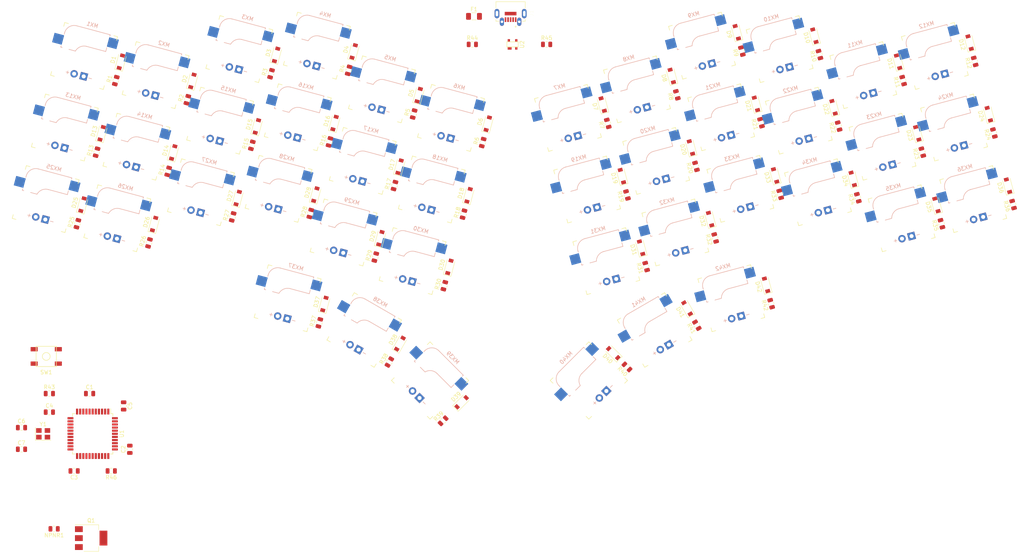
<source format=kicad_pcb>
(kicad_pcb (version 20171130) (host pcbnew "(5.1.6)-1")
  (title_block (title Corneus) (rev v01) (comment 3 "License: MIT") (comment 4 "Author: u/Choco617"))
  (layers (0 Front signal) (1 In1.Cu signal) (2 In2.Cu signal) (31 Back signal) (34 B.Paste user) (35 F.Paste user) (36 B.SilkS user) (37 F.SilkS user) (38 B.Mask user) (39 F.Mask user) (44 Edge.Cuts user))
  (net 0 "")
  (net 1 GND)
  (net 2 "Net-(C1-Pad1)")
  (net 3 +5V)
  (net 4 "Net-(C6-Pad1)")
  (net 5 "Net-(C7-Pad1)")
  (net 6 "Net-(D1-Pad2)")
  (net 7 ROW0)
  (net 8 "Net-(D2-Pad2)")
  (net 9 "Net-(D3-Pad2)")
  (net 10 "Net-(D4-Pad2)")
  (net 11 "Net-(D5-Pad2)")
  (net 12 "Net-(D6-Pad2)")
  (net 13 "Net-(D7-Pad2)")
  (net 14 "Net-(D8-Pad2)")
  (net 15 "Net-(D9-Pad2)")
  (net 16 "Net-(D10-Pad2)")
  (net 17 "Net-(D11-Pad2)")
  (net 18 "Net-(D12-Pad2)")
  (net 19 "Net-(D13-Pad2)")
  (net 20 ROW1)
  (net 21 "Net-(D14-Pad2)")
  (net 22 "Net-(D15-Pad2)")
  (net 23 "Net-(D16-Pad2)")
  (net 24 "Net-(D17-Pad2)")
  (net 25 "Net-(D18-Pad2)")
  (net 26 "Net-(D19-Pad2)")
  (net 27 "Net-(D20-Pad2)")
  (net 28 "Net-(D21-Pad2)")
  (net 29 "Net-(D22-Pad2)")
  (net 30 "Net-(D23-Pad2)")
  (net 31 "Net-(D24-Pad2)")
  (net 32 "Net-(D25-Pad2)")
  (net 33 ROW2)
  (net 34 "Net-(D26-Pad2)")
  (net 35 "Net-(D27-Pad2)")
  (net 36 "Net-(D28-Pad2)")
  (net 37 "Net-(D29-Pad2)")
  (net 38 "Net-(D30-Pad2)")
  (net 39 "Net-(D31-Pad2)")
  (net 40 "Net-(D32-Pad2)")
  (net 41 "Net-(D33-Pad2)")
  (net 42 "Net-(D34-Pad2)")
  (net 43 "Net-(D35-Pad2)")
  (net 44 "Net-(D36-Pad2)")
  (net 45 ROW3)
  (net 46 "Net-(D37-Pad2)")
  (net 47 "Net-(D38-Pad2)")
  (net 48 "Net-(D39-Pad2)")
  (net 49 "Net-(D40-Pad2)")
  (net 50 "Net-(D41-Pad2)")
  (net 51 "Net-(D42-Pad2)")
  (net 52 VCC)
  (net 53 "Net-(J1-Pad3)")
  (net 54 "Net-(J1-Pad2)")
  (net 55 "Net-(J1-Pad4)")
  (net 56 COL0)
  (net 57 "Net-(MX1-Pad4)")
  (net 58 "Net-(MX2-Pad4)")
  (net 59 COL1)
  (net 60 "Net-(MX3-Pad4)")
  (net 61 COL2)
  (net 62 "Net-(MX4-Pad4)")
  (net 63 COL3)
  (net 64 COL4)
  (net 65 "Net-(MX5-Pad4)")
  (net 66 COL5)
  (net 67 "Net-(MX6-Pad4)")
  (net 68 COL6)
  (net 69 "Net-(MX7-Pad4)")
  (net 70 COL7)
  (net 71 "Net-(MX8-Pad4)")
  (net 72 "Net-(MX9-Pad4)")
  (net 73 COL8)
  (net 74 COL9)
  (net 75 "Net-(MX10-Pad4)")
  (net 76 COL10)
  (net 77 "Net-(MX11-Pad4)")
  (net 78 "Net-(MX12-Pad4)")
  (net 79 COL11)
  (net 80 "Net-(MX13-Pad4)")
  (net 81 "Net-(MX14-Pad4)")
  (net 82 "Net-(MX15-Pad4)")
  (net 83 "Net-(MX16-Pad4)")
  (net 84 "Net-(MX17-Pad4)")
  (net 85 "Net-(MX18-Pad4)")
  (net 86 "Net-(MX19-Pad4)")
  (net 87 "Net-(MX20-Pad4)")
  (net 88 "Net-(MX21-Pad4)")
  (net 89 "Net-(MX22-Pad4)")
  (net 90 "Net-(MX23-Pad4)")
  (net 91 "Net-(MX24-Pad4)")
  (net 92 "Net-(MX25-Pad4)")
  (net 93 "Net-(MX26-Pad4)")
  (net 94 "Net-(MX27-Pad4)")
  (net 95 "Net-(MX28-Pad4)")
  (net 96 "Net-(MX29-Pad4)")
  (net 97 "Net-(MX30-Pad4)")
  (net 98 "Net-(MX31-Pad4)")
  (net 99 "Net-(MX32-Pad4)")
  (net 100 "Net-(MX33-Pad4)")
  (net 101 "Net-(MX34-Pad4)")
  (net 102 "Net-(MX35-Pad4)")
  (net 103 "Net-(MX36-Pad4)")
  (net 104 "Net-(MX37-Pad4)")
  (net 105 "Net-(MX38-Pad4)")
  (net 106 "Net-(MX39-Pad4)")
  (net 107 "Net-(MX40-Pad4)")
  (net 108 "Net-(MX41-Pad4)")
  (net 109 "Net-(MX42-Pad4)")
  (net 110 "Net-(NPNR1-Pad1)")
  (net 111 LEDPWM)
  (net 112 LEDGND)
  (net 113 "Net-(R43-Pad2)")
  (net 114 D+)
  (net 115 D-)
  (net 116 "Net-(R46-Pad2)")
  (net 117 "Net-(U1-Pad1)")
  (net 118 "Net-(U1-Pad8)")
  (net 119 "Net-(U1-Pad9)")
  (net 120 "Net-(U1-Pad10)")
  (net 121 "Net-(U1-Pad11)")
  (net 122 "Net-(U1-Pad12)")
  (net 123 "Net-(U1-Pad18)")
  (net 124 "Net-(U1-Pad19)")
  (net 125 "Net-(U1-Pad20)")
  (net 126 "Net-(U1-Pad21)")
  (net 127 "Net-(U1-Pad22)")
  (net 128 "Net-(U1-Pad25)")
  (net 129 "Net-(U1-Pad26)")
  (net 130 "Net-(U1-Pad27)")
  (net 131 "Net-(U1-Pad28)")
  (net 132 "Net-(U1-Pad29)")
  (net 133 "Net-(U1-Pad30)")
  (net 134 "Net-(U1-Pad31)")
  (net 135 "Net-(U1-Pad32)")
  (net 136 "Net-(U1-Pad36)")
  (net 137 "Net-(U1-Pad37)")
  (net 138 "Net-(U1-Pad38)")
  (net 139 "Net-(U1-Pad39)")
  (net 140 "Net-(U1-Pad40)")
  (net 141 "Net-(U1-Pad41)")
  (net 142 "Net-(U1-Pad42)")
  (module Capacitor_SMD:C_0805_2012Metric (layer Front) (at 40.76205 150.5629)
    (fp_text reference C1 (at 0 -1.65) (layer F.SilkS))
    (fp_text value 1uF)
    (pad 2 smd roundrect (at 0.9375 0) (size 0.975 1.4) (layers Front F.Paste F.Mask) (net 1 GND))
    (pad 1 smd roundrect (at -0.9375 0) (size 0.975 1.4) (layers Front F.Paste F.Mask) (net 2 "Net-(C1-Pad1)"))
  )
  (module Capacitor_SMD:C_0805_2012Metric (layer Front) (at 51.0808 164.8504 90)
    (fp_text reference C2 (at 0 -1.65 90) (layer F.SilkS))
    (fp_text value 0.1uF)
    (pad 2 smd roundrect (at 0.9375 0 90) (size 0.975 1.4) (layers Front F.Paste F.Mask) (net 1 GND))
    (pad 1 smd roundrect (at -0.9375 0 90) (size 0.975 1.4) (layers Front F.Paste F.Mask) (net 3 +5V))
  )
  (module Capacitor_SMD:C_0805_2012Metric (layer Front) (at 36.7933 170.40665 180)
    (fp_text reference C3 (at 0 -1.65) (layer F.SilkS))
    (fp_text value 0.1uF)
    (pad 2 smd roundrect (at 0.9375 0 180) (size 0.975 1.4) (layers Front F.Paste F.Mask) (net 1 GND))
    (pad 1 smd roundrect (at -0.9375 0 180) (size 0.975 1.4) (layers Front F.Paste F.Mask) (net 3 +5V))
  )
  (module Capacitor_SMD:C_0805_2012Metric (layer Front) (at 30.4433 155.3254)
    (fp_text reference C4 (at 0 -1.65) (layer F.SilkS))
    (fp_text value 0.1uF)
    (pad 2 smd roundrect (at 0.9375 0) (size 0.975 1.4) (layers Front F.Paste F.Mask) (net 1 GND))
    (pad 1 smd roundrect (at -0.9375 0) (size 0.975 1.4) (layers Front F.Paste F.Mask) (net 3 +5V))
  )
  (module Capacitor_SMD:C_0805_2012Metric (layer Front) (at 49.4933 153.7379 270)
    (fp_text reference C5 (at 0 -1.65 90) (layer F.SilkS))
    (fp_text value 10uF)
    (pad 2 smd roundrect (at 0.9375 0 270) (size 0.975 1.4) (layers Front F.Paste F.Mask) (net 1 GND))
    (pad 1 smd roundrect (at -0.9375 0 270) (size 0.975 1.4) (layers Front F.Paste F.Mask) (net 3 +5V))
  )
  (module Capacitor_SMD:C_0805_2012Metric (layer Front) (at 23.30163 159.28999)
    (fp_text reference C6 (at 0 -1.65) (layer F.SilkS))
    (fp_text value 22pF)
    (pad 2 smd roundrect (at 0.9375 0) (size 0.975 1.4) (layers Front F.Paste F.Mask) (net 1 GND))
    (pad 1 smd roundrect (at -0.9375 0) (size 0.975 1.4) (layers Front F.Paste F.Mask) (net 4 "Net-(C6-Pad1)"))
  )
  (module Capacitor_SMD:C_0805_2012Metric (layer Front) (at 23.30163 164.84624)
    (fp_text reference C7 (at 0 -1.65) (layer F.SilkS))
    (fp_text value 22pF)
    (pad 2 smd roundrect (at 0.9375 0) (size 0.975 1.4) (layers Front F.Paste F.Mask) (net 1 GND))
    (pad 1 smd roundrect (at -0.9375 0) (size 0.975 1.4) (layers Front F.Paste F.Mask) (net 5 "Net-(C7-Pad1)"))
  )
  (module Diode_SMD:D_SOD-123 (layer Front) (at 48.776363 65.477856 75)
    (fp_text reference D1 (at 0 -2 75) (layer F.SilkS))
    (fp_text value SOD-123)
    (pad 2 smd rect (at 1.65 0 75) (size 0.9 1.2) (layers Front F.Paste F.Mask) (net 6 "Net-(D1-Pad2)"))
    (pad 1 smd rect (at -1.65 0 75) (size 0.9 1.2) (layers Front F.Paste F.Mask) (net 7 ROW0))
  )
  (module Diode_SMD:D_SOD-123 (layer Front) (at 67.126363 70.387856 75)
    (fp_text reference D2 (at 0 -2 75) (layer F.SilkS))
    (fp_text value SOD-123)
    (pad 2 smd rect (at 1.65 0 75) (size 0.9 1.2) (layers Front F.Paste F.Mask) (net 8 "Net-(D2-Pad2)"))
    (pad 1 smd rect (at -1.65 0 75) (size 0.9 1.2) (layers Front F.Paste F.Mask) (net 7 ROW0))
  )
  (module Diode_SMD:D_SOD-123 (layer Front) (at 88.586363 63.717856 75)
    (fp_text reference D3 (at 0 -2 75) (layer F.SilkS))
    (fp_text value SOD-123)
    (pad 2 smd rect (at 1.65 0 75) (size 0.9 1.2) (layers Front F.Paste F.Mask) (net 9 "Net-(D3-Pad2)"))
    (pad 1 smd rect (at -1.65 0 75) (size 0.9 1.2) (layers Front F.Paste F.Mask) (net 7 ROW0))
  )
  (module Diode_SMD:D_SOD-123 (layer Front) (at 108.486363 62.837856 75)
    (fp_text reference D4 (at 0 -2 75) (layer F.SilkS))
    (fp_text value SOD-123)
    (pad 2 smd rect (at 1.65 0 75) (size 0.9 1.2) (layers Front F.Paste F.Mask) (net 10 "Net-(D4-Pad2)"))
    (pad 1 smd rect (at -1.65 0 75) (size 0.9 1.2) (layers Front F.Paste F.Mask) (net 7 ROW0))
  )
  (module Diode_SMD:D_SOD-123 (layer Front) (at 125.156363 74.037856 75)
    (fp_text reference D5 (at 0 -2 75) (layer F.SilkS))
    (fp_text value SOD-123)
    (pad 2 smd rect (at 1.65 0 75) (size 0.9 1.2) (layers Front F.Paste F.Mask) (net 11 "Net-(D5-Pad2)"))
    (pad 1 smd rect (at -1.65 0 75) (size 0.9 1.2) (layers Front F.Paste F.Mask) (net 7 ROW0))
  )
  (module Diode_SMD:D_SOD-123 (layer Front) (at 142.866363 81.367856 75)
    (fp_text reference D6 (at 0 -2 75) (layer F.SilkS))
    (fp_text value SOD-123)
    (pad 2 smd rect (at 1.65 0 75) (size 0.9 1.2) (layers Front F.Paste F.Mask) (net 12 "Net-(D6-Pad2)"))
    (pad 1 smd rect (at -1.65 0 75) (size 0.9 1.2) (layers Front F.Paste F.Mask) (net 7 ROW0))
  )
  (module Diode_SMD:D_SOD-123 (layer Front) (at 172.348726 76.450294 105)
    (fp_text reference D7 (at 0 -2 105) (layer F.SilkS))
    (fp_text value SOD-123)
    (pad 2 smd rect (at 1.65 0 105) (size 0.9 1.2) (layers Front F.Paste F.Mask) (net 13 "Net-(D7-Pad2)"))
    (pad 1 smd rect (at -1.65 0 105) (size 0.9 1.2) (layers Front F.Paste F.Mask) (net 7 ROW0))
  )
  (module Diode_SMD:D_SOD-123 (layer Front) (at 190.058726 69.120294 105)
    (fp_text reference D8 (at 0 -2 105) (layer F.SilkS))
    (fp_text value SOD-123)
    (pad 2 smd rect (at 1.65 0 105) (size 0.9 1.2) (layers Front F.Paste F.Mask) (net 14 "Net-(D8-Pad2)"))
    (pad 1 smd rect (at -1.65 0 105) (size 0.9 1.2) (layers Front F.Paste F.Mask) (net 7 ROW0))
  )
  (module Diode_SMD:D_SOD-123 (layer Front) (at 206.728726 57.920294 105)
    (fp_text reference D9 (at 0 -2 105) (layer F.SilkS))
    (fp_text value SOD-123)
    (pad 2 smd rect (at 1.65 0 105) (size 0.9 1.2) (layers Front F.Paste F.Mask) (net 15 "Net-(D9-Pad2)"))
    (pad 1 smd rect (at -1.65 0 105) (size 0.9 1.2) (layers Front F.Paste F.Mask) (net 7 ROW0))
  )
  (module Diode_SMD:D_SOD-123 (layer Front) (at 226.628726 58.800294 105)
    (fp_text reference D10 (at 0 -2 105) (layer F.SilkS))
    (fp_text value SOD-123)
    (pad 2 smd rect (at 1.65 0 105) (size 0.9 1.2) (layers Front F.Paste F.Mask) (net 16 "Net-(D10-Pad2)"))
    (pad 1 smd rect (at -1.65 0 105) (size 0.9 1.2) (layers Front F.Paste F.Mask) (net 7 ROW0))
  )
  (module Diode_SMD:D_SOD-123 (layer Front) (at 248.088726 65.470294 105)
    (fp_text reference D11 (at 0 -2 105) (layer F.SilkS))
    (fp_text value SOD-123)
    (pad 2 smd rect (at 1.65 0 105) (size 0.9 1.2) (layers Front F.Paste F.Mask) (net 17 "Net-(D11-Pad2)"))
    (pad 1 smd rect (at -1.65 0 105) (size 0.9 1.2) (layers Front F.Paste F.Mask) (net 7 ROW0))
  )
  (module Diode_SMD:D_SOD-123 (layer Front) (at 266.438726 60.560294 105)
    (fp_text reference D12 (at 0 -2 105) (layer F.SilkS))
    (fp_text value SOD-123)
    (pad 2 smd rect (at 1.65 0 105) (size 0.9 1.2) (layers Front F.Paste F.Mask) (net 18 "Net-(D12-Pad2)"))
    (pad 1 smd rect (at -1.65 0 105) (size 0.9 1.2) (layers Front F.Paste F.Mask) (net 7 ROW0))
  )
  (module Diode_SMD:D_SOD-123 (layer Front) (at 43.856363 83.827856 75)
    (fp_text reference D13 (at 0 -2 75) (layer F.SilkS))
    (fp_text value SOD-123)
    (pad 2 smd rect (at 1.65 0 75) (size 0.9 1.2) (layers Front F.Paste F.Mask) (net 19 "Net-(D13-Pad2)"))
    (pad 1 smd rect (at -1.65 0 75) (size 0.9 1.2) (layers Front F.Paste F.Mask) (net 20 ROW1))
  )
  (module Diode_SMD:D_SOD-123 (layer Front) (at 62.206363 88.747856 75)
    (fp_text reference D14 (at 0 -2 75) (layer F.SilkS))
    (fp_text value SOD-123)
    (pad 2 smd rect (at 1.65 0 75) (size 0.9 1.2) (layers Front F.Paste F.Mask) (net 21 "Net-(D14-Pad2)"))
    (pad 1 smd rect (at -1.65 0 75) (size 0.9 1.2) (layers Front F.Paste F.Mask) (net 20 ROW1))
  )
  (module Diode_SMD:D_SOD-123 (layer Front) (at 83.66363 82.067856 75)
    (fp_text reference D15 (at 0 -2 75) (layer F.SilkS))
    (fp_text value SOD-123)
    (pad 2 smd rect (at 1.65 0 75) (size 0.9 1.2) (layers Front F.Paste F.Mask) (net 22 "Net-(D15-Pad2)"))
    (pad 1 smd rect (at -1.65 0 75) (size 0.9 1.2) (layers Front F.Paste F.Mask) (net 20 ROW1))
  )
  (module Diode_SMD:D_SOD-123 (layer Front) (at 103.576363 81.197856 75)
    (fp_text reference D16 (at 0 -2 75) (layer F.SilkS))
    (fp_text value SOD-123)
    (pad 2 smd rect (at 1.65 0 75) (size 0.9 1.2) (layers Front F.Paste F.Mask) (net 23 "Net-(D16-Pad2)"))
    (pad 1 smd rect (at -1.65 0 75) (size 0.9 1.2) (layers Front F.Paste F.Mask) (net 20 ROW1))
  )
  (module Diode_SMD:D_SOD-123 (layer Front) (at 120.246363 92.387856 75)
    (fp_text reference D17 (at 0 -2 75) (layer F.SilkS))
    (fp_text value SOD-123)
    (pad 2 smd rect (at 1.65 0 75) (size 0.9 1.2) (layers Front F.Paste F.Mask) (net 24 "Net-(D17-Pad2)"))
    (pad 1 smd rect (at -1.65 0 75) (size 0.9 1.2) (layers Front F.Paste F.Mask) (net 20 ROW1))
  )
  (module Diode_SMD:D_SOD-123 (layer Front) (at 137.946363 99.717856 75)
    (fp_text reference D18 (at 0 -2 75) (layer F.SilkS))
    (fp_text value SOD-123)
    (pad 2 smd rect (at 1.65 0 75) (size 0.9 1.2) (layers Front F.Paste F.Mask) (net 25 "Net-(D18-Pad2)"))
    (pad 1 smd rect (at -1.65 0 75) (size 0.9 1.2) (layers Front F.Paste F.Mask) (net 20 ROW1))
  )
  (module Diode_SMD:D_SOD-123 (layer Front) (at 177.268726 94.800294 105)
    (fp_text reference D19 (at 0 -2 105) (layer F.SilkS))
    (fp_text value SOD-123)
    (pad 2 smd rect (at 1.65 0 105) (size 0.9 1.2) (layers Front F.Paste F.Mask) (net 26 "Net-(D19-Pad2)"))
    (pad 1 smd rect (at -1.65 0 105) (size 0.9 1.2) (layers Front F.Paste F.Mask) (net 20 ROW1))
  )
  (module Diode_SMD:D_SOD-123 (layer Front) (at 194.968726 87.470294 105)
    (fp_text reference D20 (at 0 -2 105) (layer F.SilkS))
    (fp_text value SOD-123)
    (pad 2 smd rect (at 1.65 0 105) (size 0.9 1.2) (layers Front F.Paste F.Mask) (net 27 "Net-(D20-Pad2)"))
    (pad 1 smd rect (at -1.65 0 105) (size 0.9 1.2) (layers Front F.Paste F.Mask) (net 20 ROW1))
  )
  (module Diode_SMD:D_SOD-123 (layer Front) (at 211.638726 76.280294 105)
    (fp_text reference D21 (at 0 -2 105) (layer F.SilkS))
    (fp_text value SOD-123)
    (pad 2 smd rect (at 1.65 0 105) (size 0.9 1.2) (layers Front F.Paste F.Mask) (net 28 "Net-(D21-Pad2)"))
    (pad 1 smd rect (at -1.65 0 105) (size 0.9 1.2) (layers Front F.Paste F.Mask) (net 20 ROW1))
  )
  (module Diode_SMD:D_SOD-123 (layer Front) (at 231.548726 77.150294 105)
    (fp_text reference D22 (at 0 -2 105) (layer F.SilkS))
    (fp_text value SOD-123)
    (pad 2 smd rect (at 1.65 0 105) (size 0.9 1.2) (layers Front F.Paste F.Mask) (net 29 "Net-(D22-Pad2)"))
    (pad 1 smd rect (at -1.65 0 105) (size 0.9 1.2) (layers Front F.Paste F.Mask) (net 20 ROW1))
  )
  (module Diode_SMD:D_SOD-123 (layer Front) (at 253.008726 83.830294 105)
    (fp_text reference D23 (at 0 -2 105) (layer F.SilkS))
    (fp_text value SOD-123)
    (pad 2 smd rect (at 1.65 0 105) (size 0.9 1.2) (layers Front F.Paste F.Mask) (net 30 "Net-(D23-Pad2)"))
    (pad 1 smd rect (at -1.65 0 105) (size 0.9 1.2) (layers Front F.Paste F.Mask) (net 20 ROW1))
  )
  (module Diode_SMD:D_SOD-123 (layer Front) (at 271.358726 78.910294 105)
    (fp_text reference D24 (at 0 -2 105) (layer F.SilkS))
    (fp_text value SOD-123)
    (pad 2 smd rect (at 1.65 0 105) (size 0.9 1.2) (layers Front F.Paste F.Mask) (net 31 "Net-(D24-Pad2)"))
    (pad 1 smd rect (at -1.65 0 105) (size 0.9 1.2) (layers Front F.Paste F.Mask) (net 20 ROW1))
  )
  (module Diode_SMD:D_SOD-123 (layer Front) (at 38.936363 102.117856 75)
    (fp_text reference D25 (at 0 -2 75) (layer F.SilkS))
    (fp_text value SOD-123)
    (pad 2 smd rect (at 1.65 0 75) (size 0.9 1.2) (layers Front F.Paste F.Mask) (net 32 "Net-(D25-Pad2)"))
    (pad 1 smd rect (at -1.65 0 75) (size 0.9 1.2) (layers Front F.Paste F.Mask) (net 33 ROW2))
  )
  (module Diode_SMD:D_SOD-123 (layer Front) (at 57.296363 107.097856 75)
    (fp_text reference D26 (at 0 -2 75) (layer F.SilkS))
    (fp_text value SOD-123)
    (pad 2 smd rect (at 1.65 0 75) (size 0.9 1.2) (layers Front F.Paste F.Mask) (net 34 "Net-(D26-Pad2)"))
    (pad 1 smd rect (at -1.65 0 75) (size 0.9 1.2) (layers Front F.Paste F.Mask) (net 33 ROW2))
  )
  (module Diode_SMD:D_SOD-123 (layer Front) (at 78.746363 100.427856 75)
    (fp_text reference D27 (at 0 -2 75) (layer F.SilkS))
    (fp_text value SOD-123)
    (pad 2 smd rect (at 1.65 0 75) (size 0.9 1.2) (layers Front F.Paste F.Mask) (net 35 "Net-(D27-Pad2)"))
    (pad 1 smd rect (at -1.65 0 75) (size 0.9 1.2) (layers Front F.Paste F.Mask) (net 33 ROW2))
  )
  (module Diode_SMD:D_SOD-123 (layer Front) (at 98.656363 99.547856 75)
    (fp_text reference D28 (at 0 -2 75) (layer F.SilkS))
    (fp_text value SOD-123)
    (pad 2 smd rect (at 1.65 0 75) (size 0.9 1.2) (layers Front F.Paste F.Mask) (net 36 "Net-(D28-Pad2)"))
    (pad 1 smd rect (at -1.65 0 75) (size 0.9 1.2) (layers Front F.Paste F.Mask) (net 33 ROW2))
  )
  (module Diode_SMD:D_SOD-123 (layer Front) (at 115.326363 110.737856 75)
    (fp_text reference D29 (at 0 -2 75) (layer F.SilkS))
    (fp_text value SOD-123)
    (pad 2 smd rect (at 1.65 0 75) (size 0.9 1.2) (layers Front F.Paste F.Mask) (net 37 "Net-(D29-Pad2)"))
    (pad 1 smd rect (at -1.65 0 75) (size 0.9 1.2) (layers Front F.Paste F.Mask) (net 33 ROW2))
  )
  (module Diode_SMD:D_SOD-123 (layer Front) (at 133.026363 118.077856 75)
    (fp_text reference D30 (at 0 -2 75) (layer F.SilkS))
    (fp_text value SOD-123)
    (pad 2 smd rect (at 1.65 0 75) (size 0.9 1.2) (layers Front F.Paste F.Mask) (net 38 "Net-(D30-Pad2)"))
    (pad 1 smd rect (at -1.65 0 75) (size 0.9 1.2) (layers Front F.Paste F.Mask) (net 33 ROW2))
  )
  (module Diode_SMD:D_SOD-123 (layer Front) (at 182.188726 113.160294 105)
    (fp_text reference D31 (at 0 -2 105) (layer F.SilkS))
    (fp_text value SOD-123)
    (pad 2 smd rect (at 1.65 0 105) (size 0.9 1.2) (layers Front F.Paste F.Mask) (net 39 "Net-(D31-Pad2)"))
    (pad 1 smd rect (at -1.65 0 105) (size 0.9 1.2) (layers Front F.Paste F.Mask) (net 33 ROW2))
  )
  (module Diode_SMD:D_SOD-123 (layer Front) (at 199.888726 105.820294 105)
    (fp_text reference D32 (at 0 -2 105) (layer F.SilkS))
    (fp_text value SOD-123)
    (pad 2 smd rect (at 1.65 0 105) (size 0.9 1.2) (layers Front F.Paste F.Mask) (net 40 "Net-(D32-Pad2)"))
    (pad 1 smd rect (at -1.65 0 105) (size 0.9 1.2) (layers Front F.Paste F.Mask) (net 33 ROW2))
  )
  (module Diode_SMD:D_SOD-123 (layer Front) (at 216.558726 94.630294 105)
    (fp_text reference D33 (at 0 -2 105) (layer F.SilkS))
    (fp_text value SOD-123)
    (pad 2 smd rect (at 1.65 0 105) (size 0.9 1.2) (layers Front F.Paste F.Mask) (net 41 "Net-(D33-Pad2)"))
    (pad 1 smd rect (at -1.65 0 105) (size 0.9 1.2) (layers Front F.Paste F.Mask) (net 33 ROW2))
  )
  (module Diode_SMD:D_SOD-123 (layer Front) (at 236.468726 95.510294 105)
    (fp_text reference D34 (at 0 -2 105) (layer F.SilkS))
    (fp_text value SOD-123)
    (pad 2 smd rect (at 1.65 0 105) (size 0.9 1.2) (layers Front F.Paste F.Mask) (net 42 "Net-(D34-Pad2)"))
    (pad 1 smd rect (at -1.65 0 105) (size 0.9 1.2) (layers Front F.Paste F.Mask) (net 33 ROW2))
  )
  (module Diode_SMD:D_SOD-123 (layer Front) (at 257.918726 102.180294 105)
    (fp_text reference D35 (at 0 -2 105) (layer F.SilkS))
    (fp_text value SOD-123)
    (pad 2 smd rect (at 1.65 0 105) (size 0.9 1.2) (layers Front F.Paste F.Mask) (net 43 "Net-(D35-Pad2)"))
    (pad 1 smd rect (at -1.65 0 105) (size 0.9 1.2) (layers Front F.Paste F.Mask) (net 33 ROW2))
  )
  (module Diode_SMD:D_SOD-123 (layer Front) (at 276.278726 97.260294 105)
    (fp_text reference D36 (at 0 -2 105) (layer F.SilkS))
    (fp_text value SOD-123)
    (pad 2 smd rect (at 1.65 0 105) (size 0.9 1.2) (layers Front F.Paste F.Mask) (net 44 "Net-(D36-Pad2)"))
    (pad 1 smd rect (at -1.65 0 105) (size 0.9 1.2) (layers Front F.Paste F.Mask) (net 33 ROW2))
  )
  (module Diode_SMD:D_SOD-123 (layer Front) (at 100.976363 127.597856 75)
    (fp_text reference D37 (at 0 -2 75) (layer F.SilkS))
    (fp_text value SOD-123)
    (pad 2 smd rect (at 1.65 0 75) (size 0.9 1.2) (layers Front F.Paste F.Mask) (net 46 "Net-(D37-Pad2)"))
    (pad 1 smd rect (at -1.65 0 75) (size 0.9 1.2) (layers Front F.Paste F.Mask) (net 45 ROW3))
  )
  (module Diode_SMD:D_SOD-123 (layer Front) (at 120.33384 137.75058 60)
    (fp_text reference D38 (at 0 -2 60) (layer F.SilkS))
    (fp_text value SOD-123)
    (pad 2 smd rect (at 1.65 0 60) (size 0.9 1.2) (layers Front F.Paste F.Mask) (net 47 "Net-(D38-Pad2)"))
    (pad 1 smd rect (at -1.65 0 60) (size 0.9 1.2) (layers Front F.Paste F.Mask) (net 45 ROW3))
  )
  (module Diode_SMD:D_SOD-123 (layer Front) (at 136.16724 152.79231 45)
    (fp_text reference D39 (at 0 -2 45) (layer F.SilkS))
    (fp_text value SOD-123)
    (pad 2 smd rect (at 1.65 0 45) (size 0.9 1.2) (layers Front F.Paste F.Mask) (net 48 "Net-(D39-Pad2)"))
    (pad 1 smd rect (at -1.65 0 45) (size 0.9 1.2) (layers Front F.Paste F.Mask) (net 45 ROW3))
  )
  (module Diode_SMD:D_SOD-123 (layer Front) (at 175.033252 140.198005 135)
    (fp_text reference D40 (at 0 -2 135) (layer F.SilkS))
    (fp_text value SOD-123)
    (pad 2 smd rect (at 1.65 0 135) (size 0.9 1.2) (layers Front F.Paste F.Mask) (net 49 "Net-(D40-Pad2)"))
    (pad 1 smd rect (at -1.65 0 135) (size 0.9 1.2) (layers Front F.Paste F.Mask) (net 45 ROW3))
  )
  (module Diode_SMD:D_SOD-123 (layer Front) (at 193.98569 128.703753 120)
    (fp_text reference D41 (at 0 -2 120) (layer F.SilkS))
    (fp_text value SOD-123)
    (pad 2 smd rect (at 1.65 0 120) (size 0.9 1.2) (layers Front F.Paste F.Mask) (net 50 "Net-(D41-Pad2)"))
    (pad 1 smd rect (at -1.65 0 120) (size 0.9 1.2) (layers Front F.Paste F.Mask) (net 45 ROW3))
  )
  (module Diode_SMD:D_SOD-123 (layer Front) (at 214.238726 122.680294 105)
    (fp_text reference D42 (at 0 -2 105) (layer F.SilkS))
    (fp_text value SOD-123)
    (pad 2 smd rect (at 1.65 0 105) (size 0.9 1.2) (layers Front F.Paste F.Mask) (net 51 "Net-(D42-Pad2)"))
    (pad 1 smd rect (at -1.65 0 105) (size 0.9 1.2) (layers Front F.Paste F.Mask) (net 45 ROW3))
  )
  (module Fuse:Fuse_1206_3216Metric (layer Front) (at 139.33392 53.83356)
    (fp_text reference F1 (at 0 -1.82) (layer F.SilkS))
    (fp_text value 500mA)
    (pad 2 smd roundrect (at 1.4 0) (size 1.25 1.75) (layers Front F.Paste F.Mask) (roundrect_rratio 0.2) (net 52 VCC))
    (pad 1 smd roundrect (at -1.4 0) (size 1.25 1.75) (layers Front F.Paste F.Mask) (roundrect_rratio 0.2) (net 3 +5V))
  )
  (module Choco617_parts:CUI_UJ2-MIBH2-4-SMT (layer Front) (at 150.02083 54.67723 270)
    (fp_text reference J1 (at -1.67551 -4.08623 90) (layer F.SilkS) (effects (font (size 1.000299 1.000299) (thickness 0.015))))
    (fp_text value USB_B_Micro)
    (fp_line (start 0.6245 -0.5995) (end 0.55 -0.5995) (layer Edge.Cuts) (width 0.001))
    (fp_line (start 0.4755 -1.2505) (end 0.55 -1.2505) (layer Edge.Cuts) (width 0.001))
    (fp_line (start 0.55 -0.6) (end 0.475 -0.6) (layer Edge.Cuts) (width 0.001))
    (fp_line (start 0.55 -1.25) (end 0.625 -1.25) (layer Edge.Cuts) (width 0.001))
    (fp_line (start 0.6245 3.8505) (end 0.55 3.8505) (layer Edge.Cuts) (width 0.001))
    (fp_line (start 0.4755 3.1995) (end 0.55 3.1995) (layer Edge.Cuts) (width 0.001))
    (fp_line (start 0.55 3.85) (end 0.475 3.85) (layer Edge.Cuts) (width 0.001))
    (fp_line (start 0.55 3.2) (end 0.625 3.2) (layer Edge.Cuts) (width 0.001))
    (fp_arc (start 0.6245 -0.925) (end 0.6245 -0.5995) (angle -90) (layer Edge.Cuts) (width 0.001))
    (fp_arc (start 0.4755 -0.925) (end 0.4755 -1.2505) (angle -90) (layer Edge.Cuts) (width 0.001))
    (fp_arc (start 0.475 -0.925) (end 0.15 -0.925) (angle -90) (layer Edge.Cuts) (width 0.001))
    (fp_arc (start 0.625 -0.925) (end 0.95 -0.925) (angle -90) (layer Edge.Cuts) (width 0.001))
    (fp_arc (start 0.6245 3.525) (end 0.6245 3.8505) (angle -90) (layer Edge.Cuts) (width 0.001))
    (fp_arc (start 0.4755 3.525) (end 0.4755 3.1995) (angle -90) (layer Edge.Cuts) (width 0.001))
    (fp_arc (start 0.475 3.525) (end 0.15 3.525) (angle -90) (layer Edge.Cuts) (width 0.001))
    (fp_arc (start 0.625 3.525) (end 0.95 3.525) (angle -90) (layer Edge.Cuts) (width 0.001))
    (pad 6 thru_hole oval (at 0.55 3.525 270) (size 2.1 1.05) (drill 0.65) (layers *.Cu *.Mask) (net 1 GND))
    (pad 6 thru_hole oval (at 0.55 -0.925 270) (size 2.1 1.05) (drill 0.65) (layers *.Cu *.Mask) (net 1 GND))
    (pad 6 thru_hole oval (at -1.55 4.8 270) (size 2.4 1.2) (drill oval 1.4 0.6) (layers *.Cu *.Mask) (net 1 GND))
    (pad 6 thru_hole oval (at -1.55 -2.2 270) (size 2.4 1.2) (drill oval 1.4 0.6) (layers *.Cu *.Mask) (net 1 GND))
    (pad 6 smd rect (at -1.55 1.3 270) (size 0.9 3) (layers Front F.Paste F.Mask) (net 1 GND))
    (pad 5 smd rect (at 0 2.6 270) (size 1.2 0.4) (layers Front F.Paste F.Mask) (net 1 GND))
    (pad 4 smd rect (at 0 1.95 270) (size 1.2 0.4) (layers Front F.Paste F.Mask) (net 55 "Net-(J1-Pad4)"))
    (pad 1 smd rect (at 0 0 270) (size 1.2 0.4) (layers Front F.Paste F.Mask) (net 52 VCC))
    (pad 2 smd rect (at 0 0.65 270) (size 1.2 0.4) (layers Front F.Paste F.Mask) (net 54 "Net-(J1-Pad2)"))
    (pad 3 smd rect (at 0 1.3 270) (size 1.2 0.4) (layers Front F.Paste F.Mask) (net 53 "Net-(J1-Pad3)"))
  )
  (module Choco617_parts:Kailh_socket_MX_PCBmount_LED_1U (layer Front) (at 39.34 63.99 345)
    (fp_text reference MX1 (at 0 -8.255 165) (layer B.SilkS) (effects (justify mirror)))
    (fp_text value MX-LED)
    (fp_text user - (at 3 5.08 165) (layer B.SilkS))
    (fp_text user + (at -3 5.08 165) (layer B.SilkS))
    (pad "" np_thru_hole circle (at 5.08 0 33) (size 1.75 1.75) (drill 1.75) (layers *.Cu *.Mask))
    (pad "" np_thru_hole circle (at -5.08 0 33) (size 1.75 1.75) (drill 1.75) (layers *.Cu *.Mask))
    (pad 4 thru_hole rect (at 1.27 5.08 345) (size 1.905 1.905) (drill 1.04) (layers *.Cu B.Mask) (net 57 "Net-(MX1-Pad4)"))
    (pad 3 thru_hole circle (at -1.27 5.08 345) (size 1.905 1.905) (drill 1.04) (layers *.Cu B.Mask) (net 3 +5V))
    (pad 1 smd rect (at -7.56 -2.54 345) (size 2.55 2.5) (layers Back B.Paste B.Mask) (net 56 COL0))
    (pad "" np_thru_hole circle (at 0 0 345) (size 3.9878 3.9878) (drill 3.9878) (layers *.Cu *.Mask))
    (pad "" np_thru_hole circle (at -3.81 -2.54 345) (size 3 3) (drill 3) (layers *.Cu *.Mask))
    (pad "" np_thru_hole circle (at 2.54 -5.08 345) (size 3 3) (drill 3) (layers *.Cu *.Mask))
    (pad 2 smd rect (at 6.29 -5.08 345) (size 2.55 2.5) (layers Back B.Paste B.Mask) (net 6 "Net-(D1-Pad2)"))
  )
  (module Choco617_parts:Kailh_socket_MX_PCBmount_LED_1U (layer Front) (at 57.69 68.9 345)
    (fp_text reference MX2 (at 0 -8.255 165) (layer B.SilkS) (effects (justify mirror)))
    (fp_text value MX-LED)
    (fp_text user - (at 3 5.08 165) (layer B.SilkS))
    (fp_text user + (at -3 5.08 165) (layer B.SilkS))
    (pad "" np_thru_hole circle (at 5.08 0 33) (size 1.75 1.75) (drill 1.75) (layers *.Cu *.Mask))
    (pad "" np_thru_hole circle (at -5.08 0 33) (size 1.75 1.75) (drill 1.75) (layers *.Cu *.Mask))
    (pad 4 thru_hole rect (at 1.27 5.08 345) (size 1.905 1.905) (drill 1.04) (layers *.Cu B.Mask) (net 58 "Net-(MX2-Pad4)"))
    (pad 3 thru_hole circle (at -1.27 5.08 345) (size 1.905 1.905) (drill 1.04) (layers *.Cu B.Mask) (net 3 +5V))
    (pad 1 smd rect (at -7.56 -2.54 345) (size 2.55 2.5) (layers Back B.Paste B.Mask) (net 59 COL1))
    (pad "" np_thru_hole circle (at 0 0 345) (size 3.9878 3.9878) (drill 3.9878) (layers *.Cu *.Mask))
    (pad "" np_thru_hole circle (at -3.81 -2.54 345) (size 3 3) (drill 3) (layers *.Cu *.Mask))
    (pad "" np_thru_hole circle (at 2.54 -5.08 345) (size 3 3) (drill 3) (layers *.Cu *.Mask))
    (pad 2 smd rect (at 6.29 -5.08 345) (size 2.55 2.5) (layers Back B.Paste B.Mask) (net 8 "Net-(D2-Pad2)"))
  )
  (module Choco617_parts:Kailh_socket_MX_PCBmount_LED_1U (layer Front) (at 79.15 62.23 345)
    (fp_text reference MX3 (at 0 -8.255 165) (layer B.SilkS) (effects (justify mirror)))
    (fp_text value MX-LED)
    (fp_text user - (at 3 5.08 165) (layer B.SilkS))
    (fp_text user + (at -3 5.08 165) (layer B.SilkS))
    (pad "" np_thru_hole circle (at 5.08 0 33) (size 1.75 1.75) (drill 1.75) (layers *.Cu *.Mask))
    (pad "" np_thru_hole circle (at -5.08 0 33) (size 1.75 1.75) (drill 1.75) (layers *.Cu *.Mask))
    (pad 4 thru_hole rect (at 1.27 5.08 345) (size 1.905 1.905) (drill 1.04) (layers *.Cu B.Mask) (net 60 "Net-(MX3-Pad4)"))
    (pad 3 thru_hole circle (at -1.27 5.08 345) (size 1.905 1.905) (drill 1.04) (layers *.Cu B.Mask) (net 3 +5V))
    (pad 1 smd rect (at -7.56 -2.54 345) (size 2.55 2.5) (layers Back B.Paste B.Mask) (net 61 COL2))
    (pad "" np_thru_hole circle (at 0 0 345) (size 3.9878 3.9878) (drill 3.9878) (layers *.Cu *.Mask))
    (pad "" np_thru_hole circle (at -3.81 -2.54 345) (size 3 3) (drill 3) (layers *.Cu *.Mask))
    (pad "" np_thru_hole circle (at 2.54 -5.08 345) (size 3 3) (drill 3) (layers *.Cu *.Mask))
    (pad 2 smd rect (at 6.29 -5.08 345) (size 2.55 2.5) (layers Back B.Paste B.Mask) (net 9 "Net-(D3-Pad2)"))
  )
  (module Choco617_parts:Kailh_socket_MX_PCBmount_LED_1U (layer Front) (at 99.05 61.35 345)
    (fp_text reference MX4 (at 0 -8.255 165) (layer B.SilkS) (effects (justify mirror)))
    (fp_text value MX-LED)
    (fp_text user - (at 3 5.08 165) (layer B.SilkS))
    (fp_text user + (at -3 5.08 165) (layer B.SilkS))
    (pad "" np_thru_hole circle (at 5.08 0 33) (size 1.75 1.75) (drill 1.75) (layers *.Cu *.Mask))
    (pad "" np_thru_hole circle (at -5.08 0 33) (size 1.75 1.75) (drill 1.75) (layers *.Cu *.Mask))
    (pad 4 thru_hole rect (at 1.27 5.08 345) (size 1.905 1.905) (drill 1.04) (layers *.Cu B.Mask) (net 62 "Net-(MX4-Pad4)"))
    (pad 3 thru_hole circle (at -1.27 5.08 345) (size 1.905 1.905) (drill 1.04) (layers *.Cu B.Mask) (net 3 +5V))
    (pad 1 smd rect (at -7.56 -2.54 345) (size 2.55 2.5) (layers Back B.Paste B.Mask) (net 63 COL3))
    (pad "" np_thru_hole circle (at 0 0 345) (size 3.9878 3.9878) (drill 3.9878) (layers *.Cu *.Mask))
    (pad "" np_thru_hole circle (at -3.81 -2.54 345) (size 3 3) (drill 3) (layers *.Cu *.Mask))
    (pad "" np_thru_hole circle (at 2.54 -5.08 345) (size 3 3) (drill 3) (layers *.Cu *.Mask))
    (pad 2 smd rect (at 6.29 -5.08 345) (size 2.55 2.5) (layers Back B.Paste B.Mask) (net 10 "Net-(D4-Pad2)"))
  )
  (module Choco617_parts:Kailh_socket_MX_PCBmount_LED_1U (layer Front) (at 115.72 72.55 345)
    (fp_text reference MX5 (at 0 -8.255 165) (layer B.SilkS) (effects (justify mirror)))
    (fp_text value MX-LED)
    (fp_text user - (at 3 5.08 165) (layer B.SilkS))
    (fp_text user + (at -3 5.08 165) (layer B.SilkS))
    (pad "" np_thru_hole circle (at 5.08 0 33) (size 1.75 1.75) (drill 1.75) (layers *.Cu *.Mask))
    (pad "" np_thru_hole circle (at -5.08 0 33) (size 1.75 1.75) (drill 1.75) (layers *.Cu *.Mask))
    (pad 4 thru_hole rect (at 1.27 5.08 345) (size 1.905 1.905) (drill 1.04) (layers *.Cu B.Mask) (net 65 "Net-(MX5-Pad4)"))
    (pad 3 thru_hole circle (at -1.27 5.08 345) (size 1.905 1.905) (drill 1.04) (layers *.Cu B.Mask) (net 3 +5V))
    (pad 1 smd rect (at -7.56 -2.54 345) (size 2.55 2.5) (layers Back B.Paste B.Mask) (net 64 COL4))
    (pad "" np_thru_hole circle (at 0 0 345) (size 3.9878 3.9878) (drill 3.9878) (layers *.Cu *.Mask))
    (pad "" np_thru_hole circle (at -3.81 -2.54 345) (size 3 3) (drill 3) (layers *.Cu *.Mask))
    (pad "" np_thru_hole circle (at 2.54 -5.08 345) (size 3 3) (drill 3) (layers *.Cu *.Mask))
    (pad 2 smd rect (at 6.29 -5.08 345) (size 2.55 2.5) (layers Back B.Paste B.Mask) (net 11 "Net-(D5-Pad2)"))
  )
  (module Choco617_parts:Kailh_socket_MX_PCBmount_LED_1U (layer Front) (at 133.43 79.88 345)
    (fp_text reference MX6 (at 0 -8.255 165) (layer B.SilkS) (effects (justify mirror)))
    (fp_text value MX-LED)
    (fp_text user - (at 3 5.08 165) (layer B.SilkS))
    (fp_text user + (at -3 5.08 165) (layer B.SilkS))
    (pad "" np_thru_hole circle (at 5.08 0 33) (size 1.75 1.75) (drill 1.75) (layers *.Cu *.Mask))
    (pad "" np_thru_hole circle (at -5.08 0 33) (size 1.75 1.75) (drill 1.75) (layers *.Cu *.Mask))
    (pad 4 thru_hole rect (at 1.27 5.08 345) (size 1.905 1.905) (drill 1.04) (layers *.Cu B.Mask) (net 67 "Net-(MX6-Pad4)"))
    (pad 3 thru_hole circle (at -1.27 5.08 345) (size 1.905 1.905) (drill 1.04) (layers *.Cu B.Mask) (net 3 +5V))
    (pad 1 smd rect (at -7.56 -2.54 345) (size 2.55 2.5) (layers Back B.Paste B.Mask) (net 66 COL5))
    (pad "" np_thru_hole circle (at 0 0 345) (size 3.9878 3.9878) (drill 3.9878) (layers *.Cu *.Mask))
    (pad "" np_thru_hole circle (at -3.81 -2.54 345) (size 3 3) (drill 3) (layers *.Cu *.Mask))
    (pad "" np_thru_hole circle (at 2.54 -5.08 345) (size 3 3) (drill 3) (layers *.Cu *.Mask))
    (pad 2 smd rect (at 6.29 -5.08 345) (size 2.55 2.5) (layers Back B.Paste B.Mask) (net 12 "Net-(D6-Pad2)"))
  )
  (module Choco617_parts:Kailh_socket_MX_PCBmount_LED_1U (layer Front) (at 163.43 79.88 15)
    (fp_text reference MX7 (at 0 -8.255 15) (layer B.SilkS) (effects (justify mirror)))
    (fp_text value MX-LED)
    (fp_text user - (at 3 5.08 15) (layer B.SilkS))
    (fp_text user + (at -3 5.08 15) (layer B.SilkS))
    (pad "" np_thru_hole circle (at 5.08 0 63) (size 1.75 1.75) (drill 1.75) (layers *.Cu *.Mask))
    (pad "" np_thru_hole circle (at -5.08 0 63) (size 1.75 1.75) (drill 1.75) (layers *.Cu *.Mask))
    (pad 4 thru_hole rect (at 1.27 5.08 15) (size 1.905 1.905) (drill 1.04) (layers *.Cu B.Mask) (net 69 "Net-(MX7-Pad4)"))
    (pad 3 thru_hole circle (at -1.27 5.08 15) (size 1.905 1.905) (drill 1.04) (layers *.Cu B.Mask) (net 3 +5V))
    (pad 1 smd rect (at -7.56 -2.54 15) (size 2.55 2.5) (layers Back B.Paste B.Mask) (net 68 COL6))
    (pad "" np_thru_hole circle (at 0 0 15) (size 3.9878 3.9878) (drill 3.9878) (layers *.Cu *.Mask))
    (pad "" np_thru_hole circle (at -3.81 -2.54 15) (size 3 3) (drill 3) (layers *.Cu *.Mask))
    (pad "" np_thru_hole circle (at 2.54 -5.08 15) (size 3 3) (drill 3) (layers *.Cu *.Mask))
    (pad 2 smd rect (at 6.29 -5.08 15) (size 2.55 2.5) (layers Back B.Paste B.Mask) (net 13 "Net-(D7-Pad2)"))
  )
  (module Choco617_parts:Kailh_socket_MX_PCBmount_LED_1U (layer Front) (at 181.14 72.55 15)
    (fp_text reference MX8 (at 0 -8.255 15) (layer B.SilkS) (effects (justify mirror)))
    (fp_text value MX-LED)
    (fp_text user - (at 3 5.08 15) (layer B.SilkS))
    (fp_text user + (at -3 5.08 15) (layer B.SilkS))
    (pad "" np_thru_hole circle (at 5.08 0 63) (size 1.75 1.75) (drill 1.75) (layers *.Cu *.Mask))
    (pad "" np_thru_hole circle (at -5.08 0 63) (size 1.75 1.75) (drill 1.75) (layers *.Cu *.Mask))
    (pad 4 thru_hole rect (at 1.27 5.08 15) (size 1.905 1.905) (drill 1.04) (layers *.Cu B.Mask) (net 71 "Net-(MX8-Pad4)"))
    (pad 3 thru_hole circle (at -1.27 5.08 15) (size 1.905 1.905) (drill 1.04) (layers *.Cu B.Mask) (net 3 +5V))
    (pad 1 smd rect (at -7.56 -2.54 15) (size 2.55 2.5) (layers Back B.Paste B.Mask) (net 70 COL7))
    (pad "" np_thru_hole circle (at 0 0 15) (size 3.9878 3.9878) (drill 3.9878) (layers *.Cu *.Mask))
    (pad "" np_thru_hole circle (at -3.81 -2.54 15) (size 3 3) (drill 3) (layers *.Cu *.Mask))
    (pad "" np_thru_hole circle (at 2.54 -5.08 15) (size 3 3) (drill 3) (layers *.Cu *.Mask))
    (pad 2 smd rect (at 6.29 -5.08 15) (size 2.55 2.5) (layers Back B.Paste B.Mask) (net 14 "Net-(D8-Pad2)"))
  )
  (module Choco617_parts:Kailh_socket_MX_PCBmount_LED_1U (layer Front) (at 197.81 61.35 15)
    (fp_text reference MX9 (at 0 -8.255 15) (layer B.SilkS) (effects (justify mirror)))
    (fp_text value MX-LED)
    (fp_text user - (at 3 5.08 15) (layer B.SilkS))
    (fp_text user + (at -3 5.08 15) (layer B.SilkS))
    (pad "" np_thru_hole circle (at 5.08 0 63) (size 1.75 1.75) (drill 1.75) (layers *.Cu *.Mask))
    (pad "" np_thru_hole circle (at -5.08 0 63) (size 1.75 1.75) (drill 1.75) (layers *.Cu *.Mask))
    (pad 4 thru_hole rect (at 1.27 5.08 15) (size 1.905 1.905) (drill 1.04) (layers *.Cu B.Mask) (net 72 "Net-(MX9-Pad4)"))
    (pad 3 thru_hole circle (at -1.27 5.08 15) (size 1.905 1.905) (drill 1.04) (layers *.Cu B.Mask) (net 3 +5V))
    (pad 1 smd rect (at -7.56 -2.54 15) (size 2.55 2.5) (layers Back B.Paste B.Mask) (net 73 COL8))
    (pad "" np_thru_hole circle (at 0 0 15) (size 3.9878 3.9878) (drill 3.9878) (layers *.Cu *.Mask))
    (pad "" np_thru_hole circle (at -3.81 -2.54 15) (size 3 3) (drill 3) (layers *.Cu *.Mask))
    (pad "" np_thru_hole circle (at 2.54 -5.08 15) (size 3 3) (drill 3) (layers *.Cu *.Mask))
    (pad 2 smd rect (at 6.29 -5.08 15) (size 2.55 2.5) (layers Back B.Paste B.Mask) (net 15 "Net-(D9-Pad2)"))
  )
  (module Choco617_parts:Kailh_socket_MX_PCBmount_LED_1U (layer Front) (at 217.71 62.23 15)
    (fp_text reference MX10 (at 0 -8.255 15) (layer B.SilkS) (effects (justify mirror)))
    (fp_text value MX-LED)
    (fp_text user - (at 3 5.08 15) (layer B.SilkS))
    (fp_text user + (at -3 5.08 15) (layer B.SilkS))
    (pad "" np_thru_hole circle (at 5.08 0 63) (size 1.75 1.75) (drill 1.75) (layers *.Cu *.Mask))
    (pad "" np_thru_hole circle (at -5.08 0 63) (size 1.75 1.75) (drill 1.75) (layers *.Cu *.Mask))
    (pad 4 thru_hole rect (at 1.27 5.08 15) (size 1.905 1.905) (drill 1.04) (layers *.Cu B.Mask) (net 75 "Net-(MX10-Pad4)"))
    (pad 3 thru_hole circle (at -1.27 5.08 15) (size 1.905 1.905) (drill 1.04) (layers *.Cu B.Mask) (net 3 +5V))
    (pad 1 smd rect (at -7.56 -2.54 15) (size 2.55 2.5) (layers Back B.Paste B.Mask) (net 74 COL9))
    (pad "" np_thru_hole circle (at 0 0 15) (size 3.9878 3.9878) (drill 3.9878) (layers *.Cu *.Mask))
    (pad "" np_thru_hole circle (at -3.81 -2.54 15) (size 3 3) (drill 3) (layers *.Cu *.Mask))
    (pad "" np_thru_hole circle (at 2.54 -5.08 15) (size 3 3) (drill 3) (layers *.Cu *.Mask))
    (pad 2 smd rect (at 6.29 -5.08 15) (size 2.55 2.5) (layers Back B.Paste B.Mask) (net 16 "Net-(D10-Pad2)"))
  )
  (module Choco617_parts:Kailh_socket_MX_PCBmount_LED_1U (layer Front) (at 239.17 68.9 15)
    (fp_text reference MX11 (at 0 -8.255 15) (layer B.SilkS) (effects (justify mirror)))
    (fp_text value MX-LED)
    (fp_text user - (at 3 5.08 15) (layer B.SilkS))
    (fp_text user + (at -3 5.08 15) (layer B.SilkS))
    (pad "" np_thru_hole circle (at 5.08 0 63) (size 1.75 1.75) (drill 1.75) (layers *.Cu *.Mask))
    (pad "" np_thru_hole circle (at -5.08 0 63) (size 1.75 1.75) (drill 1.75) (layers *.Cu *.Mask))
    (pad 4 thru_hole rect (at 1.27 5.08 15) (size 1.905 1.905) (drill 1.04) (layers *.Cu B.Mask) (net 77 "Net-(MX11-Pad4)"))
    (pad 3 thru_hole circle (at -1.27 5.08 15) (size 1.905 1.905) (drill 1.04) (layers *.Cu B.Mask) (net 3 +5V))
    (pad 1 smd rect (at -7.56 -2.54 15) (size 2.55 2.5) (layers Back B.Paste B.Mask) (net 76 COL10))
    (pad "" np_thru_hole circle (at 0 0 15) (size 3.9878 3.9878) (drill 3.9878) (layers *.Cu *.Mask))
    (pad "" np_thru_hole circle (at -3.81 -2.54 15) (size 3 3) (drill 3) (layers *.Cu *.Mask))
    (pad "" np_thru_hole circle (at 2.54 -5.08 15) (size 3 3) (drill 3) (layers *.Cu *.Mask))
    (pad 2 smd rect (at 6.29 -5.08 15) (size 2.55 2.5) (layers Back B.Paste B.Mask) (net 17 "Net-(D11-Pad2)"))
  )
  (module Choco617_parts:Kailh_socket_MX_PCBmount_LED_1U (layer Front) (at 257.52 63.99 15)
    (fp_text reference MX12 (at 0 -8.255 15) (layer B.SilkS) (effects (justify mirror)))
    (fp_text value MX-LED)
    (fp_text user - (at 3 5.08 15) (layer B.SilkS))
    (fp_text user + (at -3 5.08 15) (layer B.SilkS))
    (pad "" np_thru_hole circle (at 5.08 0 63) (size 1.75 1.75) (drill 1.75) (layers *.Cu *.Mask))
    (pad "" np_thru_hole circle (at -5.08 0 63) (size 1.75 1.75) (drill 1.75) (layers *.Cu *.Mask))
    (pad 4 thru_hole rect (at 1.27 5.08 15) (size 1.905 1.905) (drill 1.04) (layers *.Cu B.Mask) (net 78 "Net-(MX12-Pad4)"))
    (pad 3 thru_hole circle (at -1.27 5.08 15) (size 1.905 1.905) (drill 1.04) (layers *.Cu B.Mask) (net 3 +5V))
    (pad 1 smd rect (at -7.56 -2.54 15) (size 2.55 2.5) (layers Back B.Paste B.Mask) (net 79 COL11))
    (pad "" np_thru_hole circle (at 0 0 15) (size 3.9878 3.9878) (drill 3.9878) (layers *.Cu *.Mask))
    (pad "" np_thru_hole circle (at -3.81 -2.54 15) (size 3 3) (drill 3) (layers *.Cu *.Mask))
    (pad "" np_thru_hole circle (at 2.54 -5.08 15) (size 3 3) (drill 3) (layers *.Cu *.Mask))
    (pad 2 smd rect (at 6.29 -5.08 15) (size 2.55 2.5) (layers Back B.Paste B.Mask) (net 18 "Net-(D12-Pad2)"))
  )
  (module Choco617_parts:Kailh_socket_MX_PCBmount_LED_1U (layer Front) (at 34.42 82.34 345)
    (fp_text reference MX13 (at 0 -8.255 165) (layer B.SilkS) (effects (justify mirror)))
    (fp_text value MX-LED)
    (fp_text user - (at 3 5.08 165) (layer B.SilkS))
    (fp_text user + (at -3 5.08 165) (layer B.SilkS))
    (pad "" np_thru_hole circle (at 5.08 0 33) (size 1.75 1.75) (drill 1.75) (layers *.Cu *.Mask))
    (pad "" np_thru_hole circle (at -5.08 0 33) (size 1.75 1.75) (drill 1.75) (layers *.Cu *.Mask))
    (pad 4 thru_hole rect (at 1.27 5.08 345) (size 1.905 1.905) (drill 1.04) (layers *.Cu B.Mask) (net 80 "Net-(MX13-Pad4)"))
    (pad 3 thru_hole circle (at -1.27 5.08 345) (size 1.905 1.905) (drill 1.04) (layers *.Cu B.Mask) (net 3 +5V))
    (pad 1 smd rect (at -7.56 -2.54 345) (size 2.55 2.5) (layers Back B.Paste B.Mask) (net 56 COL0))
    (pad "" np_thru_hole circle (at 0 0 345) (size 3.9878 3.9878) (drill 3.9878) (layers *.Cu *.Mask))
    (pad "" np_thru_hole circle (at -3.81 -2.54 345) (size 3 3) (drill 3) (layers *.Cu *.Mask))
    (pad "" np_thru_hole circle (at 2.54 -5.08 345) (size 3 3) (drill 3) (layers *.Cu *.Mask))
    (pad 2 smd rect (at 6.29 -5.08 345) (size 2.55 2.5) (layers Back B.Paste B.Mask) (net 19 "Net-(D13-Pad2)"))
  )
  (module Choco617_parts:Kailh_socket_MX_PCBmount_LED_1U (layer Front) (at 52.77 87.26 345)
    (fp_text reference MX14 (at 0 -8.255 165) (layer B.SilkS) (effects (justify mirror)))
    (fp_text value MX-LED)
    (fp_text user - (at 3 5.08 165) (layer B.SilkS))
    (fp_text user + (at -3 5.08 165) (layer B.SilkS))
    (pad "" np_thru_hole circle (at 5.08 0 33) (size 1.75 1.75) (drill 1.75) (layers *.Cu *.Mask))
    (pad "" np_thru_hole circle (at -5.08 0 33) (size 1.75 1.75) (drill 1.75) (layers *.Cu *.Mask))
    (pad 4 thru_hole rect (at 1.27 5.08 345) (size 1.905 1.905) (drill 1.04) (layers *.Cu B.Mask) (net 81 "Net-(MX14-Pad4)"))
    (pad 3 thru_hole circle (at -1.27 5.08 345) (size 1.905 1.905) (drill 1.04) (layers *.Cu B.Mask) (net 3 +5V))
    (pad 1 smd rect (at -7.56 -2.54 345) (size 2.55 2.5) (layers Back B.Paste B.Mask) (net 59 COL1))
    (pad "" np_thru_hole circle (at 0 0 345) (size 3.9878 3.9878) (drill 3.9878) (layers *.Cu *.Mask))
    (pad "" np_thru_hole circle (at -3.81 -2.54 345) (size 3 3) (drill 3) (layers *.Cu *.Mask))
    (pad "" np_thru_hole circle (at 2.54 -5.08 345) (size 3 3) (drill 3) (layers *.Cu *.Mask))
    (pad 2 smd rect (at 6.29 -5.08 345) (size 2.55 2.5) (layers Back B.Paste B.Mask) (net 21 "Net-(D14-Pad2)"))
  )
  (module Choco617_parts:Kailh_socket_MX_PCBmount_LED_1U (layer Front) (at 74.23 80.58 345)
    (fp_text reference MX15 (at 0 -8.255 165) (layer B.SilkS) (effects (justify mirror)))
    (fp_text value MX-LED)
    (fp_text user - (at 3 5.08 165) (layer B.SilkS))
    (fp_text user + (at -3 5.08 165) (layer B.SilkS))
    (pad "" np_thru_hole circle (at 5.08 0 33) (size 1.75 1.75) (drill 1.75) (layers *.Cu *.Mask))
    (pad "" np_thru_hole circle (at -5.08 0 33) (size 1.75 1.75) (drill 1.75) (layers *.Cu *.Mask))
    (pad 4 thru_hole rect (at 1.27 5.08 345) (size 1.905 1.905) (drill 1.04) (layers *.Cu B.Mask) (net 82 "Net-(MX15-Pad4)"))
    (pad 3 thru_hole circle (at -1.27 5.08 345) (size 1.905 1.905) (drill 1.04) (layers *.Cu B.Mask) (net 3 +5V))
    (pad 1 smd rect (at -7.56 -2.54 345) (size 2.55 2.5) (layers Back B.Paste B.Mask) (net 61 COL2))
    (pad "" np_thru_hole circle (at 0 0 345) (size 3.9878 3.9878) (drill 3.9878) (layers *.Cu *.Mask))
    (pad "" np_thru_hole circle (at -3.81 -2.54 345) (size 3 3) (drill 3) (layers *.Cu *.Mask))
    (pad "" np_thru_hole circle (at 2.54 -5.08 345) (size 3 3) (drill 3) (layers *.Cu *.Mask))
    (pad 2 smd rect (at 6.29 -5.08 345) (size 2.55 2.5) (layers Back B.Paste B.Mask) (net 22 "Net-(D15-Pad2)"))
  )
  (module Choco617_parts:Kailh_socket_MX_PCBmount_LED_1U (layer Front) (at 94.14 79.71 345)
    (fp_text reference MX16 (at 0 -8.255 165) (layer B.SilkS) (effects (justify mirror)))
    (fp_text value MX-LED)
    (fp_text user - (at 3 5.08 165) (layer B.SilkS))
    (fp_text user + (at -3 5.08 165) (layer B.SilkS))
    (pad "" np_thru_hole circle (at 5.08 0 33) (size 1.75 1.75) (drill 1.75) (layers *.Cu *.Mask))
    (pad "" np_thru_hole circle (at -5.08 0 33) (size 1.75 1.75) (drill 1.75) (layers *.Cu *.Mask))
    (pad 4 thru_hole rect (at 1.27 5.08 345) (size 1.905 1.905) (drill 1.04) (layers *.Cu B.Mask) (net 83 "Net-(MX16-Pad4)"))
    (pad 3 thru_hole circle (at -1.27 5.08 345) (size 1.905 1.905) (drill 1.04) (layers *.Cu B.Mask) (net 3 +5V))
    (pad 1 smd rect (at -7.56 -2.54 345) (size 2.55 2.5) (layers Back B.Paste B.Mask) (net 63 COL3))
    (pad "" np_thru_hole circle (at 0 0 345) (size 3.9878 3.9878) (drill 3.9878) (layers *.Cu *.Mask))
    (pad "" np_thru_hole circle (at -3.81 -2.54 345) (size 3 3) (drill 3) (layers *.Cu *.Mask))
    (pad "" np_thru_hole circle (at 2.54 -5.08 345) (size 3 3) (drill 3) (layers *.Cu *.Mask))
    (pad 2 smd rect (at 6.29 -5.08 345) (size 2.55 2.5) (layers Back B.Paste B.Mask) (net 23 "Net-(D16-Pad2)"))
  )
  (module Choco617_parts:Kailh_socket_MX_PCBmount_LED_1U (layer Front) (at 110.81 90.9 345)
    (fp_text reference MX17 (at 0 -8.255 165) (layer B.SilkS) (effects (justify mirror)))
    (fp_text value MX-LED)
    (fp_text user - (at 3 5.08 165) (layer B.SilkS))
    (fp_text user + (at -3 5.08 165) (layer B.SilkS))
    (pad "" np_thru_hole circle (at 5.08 0 33) (size 1.75 1.75) (drill 1.75) (layers *.Cu *.Mask))
    (pad "" np_thru_hole circle (at -5.08 0 33) (size 1.75 1.75) (drill 1.75) (layers *.Cu *.Mask))
    (pad 4 thru_hole rect (at 1.27 5.08 345) (size 1.905 1.905) (drill 1.04) (layers *.Cu B.Mask) (net 84 "Net-(MX17-Pad4)"))
    (pad 3 thru_hole circle (at -1.27 5.08 345) (size 1.905 1.905) (drill 1.04) (layers *.Cu B.Mask) (net 3 +5V))
    (pad 1 smd rect (at -7.56 -2.54 345) (size 2.55 2.5) (layers Back B.Paste B.Mask) (net 64 COL4))
    (pad "" np_thru_hole circle (at 0 0 345) (size 3.9878 3.9878) (drill 3.9878) (layers *.Cu *.Mask))
    (pad "" np_thru_hole circle (at -3.81 -2.54 345) (size 3 3) (drill 3) (layers *.Cu *.Mask))
    (pad "" np_thru_hole circle (at 2.54 -5.08 345) (size 3 3) (drill 3) (layers *.Cu *.Mask))
    (pad 2 smd rect (at 6.29 -5.08 345) (size 2.55 2.5) (layers Back B.Paste B.Mask) (net 24 "Net-(D17-Pad2)"))
  )
  (module Choco617_parts:Kailh_socket_MX_PCBmount_LED_1U (layer Front) (at 128.51 98.23 345)
    (fp_text reference MX18 (at 0 -8.255 165) (layer B.SilkS) (effects (justify mirror)))
    (fp_text value MX-LED)
    (fp_text user - (at 3 5.08 165) (layer B.SilkS))
    (fp_text user + (at -3 5.08 165) (layer B.SilkS))
    (pad "" np_thru_hole circle (at 5.08 0 33) (size 1.75 1.75) (drill 1.75) (layers *.Cu *.Mask))
    (pad "" np_thru_hole circle (at -5.08 0 33) (size 1.75 1.75) (drill 1.75) (layers *.Cu *.Mask))
    (pad 4 thru_hole rect (at 1.27 5.08 345) (size 1.905 1.905) (drill 1.04) (layers *.Cu B.Mask) (net 85 "Net-(MX18-Pad4)"))
    (pad 3 thru_hole circle (at -1.27 5.08 345) (size 1.905 1.905) (drill 1.04) (layers *.Cu B.Mask) (net 3 +5V))
    (pad 1 smd rect (at -7.56 -2.54 345) (size 2.55 2.5) (layers Back B.Paste B.Mask) (net 66 COL5))
    (pad "" np_thru_hole circle (at 0 0 345) (size 3.9878 3.9878) (drill 3.9878) (layers *.Cu *.Mask))
    (pad "" np_thru_hole circle (at -3.81 -2.54 345) (size 3 3) (drill 3) (layers *.Cu *.Mask))
    (pad "" np_thru_hole circle (at 2.54 -5.08 345) (size 3 3) (drill 3) (layers *.Cu *.Mask))
    (pad 2 smd rect (at 6.29 -5.08 345) (size 2.55 2.5) (layers Back B.Paste B.Mask) (net 25 "Net-(D18-Pad2)"))
  )
  (module Choco617_parts:Kailh_socket_MX_PCBmount_LED_1U (layer Front) (at 168.35 98.23 15)
    (fp_text reference MX19 (at 0 -8.255 15) (layer B.SilkS) (effects (justify mirror)))
    (fp_text value MX-LED)
    (fp_text user - (at 3 5.08 15) (layer B.SilkS))
    (fp_text user + (at -3 5.08 15) (layer B.SilkS))
    (pad "" np_thru_hole circle (at 5.08 0 63) (size 1.75 1.75) (drill 1.75) (layers *.Cu *.Mask))
    (pad "" np_thru_hole circle (at -5.08 0 63) (size 1.75 1.75) (drill 1.75) (layers *.Cu *.Mask))
    (pad 4 thru_hole rect (at 1.27 5.08 15) (size 1.905 1.905) (drill 1.04) (layers *.Cu B.Mask) (net 86 "Net-(MX19-Pad4)"))
    (pad 3 thru_hole circle (at -1.27 5.08 15) (size 1.905 1.905) (drill 1.04) (layers *.Cu B.Mask) (net 3 +5V))
    (pad 1 smd rect (at -7.56 -2.54 15) (size 2.55 2.5) (layers Back B.Paste B.Mask) (net 68 COL6))
    (pad "" np_thru_hole circle (at 0 0 15) (size 3.9878 3.9878) (drill 3.9878) (layers *.Cu *.Mask))
    (pad "" np_thru_hole circle (at -3.81 -2.54 15) (size 3 3) (drill 3) (layers *.Cu *.Mask))
    (pad "" np_thru_hole circle (at 2.54 -5.08 15) (size 3 3) (drill 3) (layers *.Cu *.Mask))
    (pad 2 smd rect (at 6.29 -5.08 15) (size 2.55 2.5) (layers Back B.Paste B.Mask) (net 26 "Net-(D19-Pad2)"))
  )
  (module Choco617_parts:Kailh_socket_MX_PCBmount_LED_1U (layer Front) (at 186.05 90.9 15)
    (fp_text reference MX20 (at 0 -8.255 15) (layer B.SilkS) (effects (justify mirror)))
    (fp_text value MX-LED)
    (fp_text user - (at 3 5.08 15) (layer B.SilkS))
    (fp_text user + (at -3 5.08 15) (layer B.SilkS))
    (pad "" np_thru_hole circle (at 5.08 0 63) (size 1.75 1.75) (drill 1.75) (layers *.Cu *.Mask))
    (pad "" np_thru_hole circle (at -5.08 0 63) (size 1.75 1.75) (drill 1.75) (layers *.Cu *.Mask))
    (pad 4 thru_hole rect (at 1.27 5.08 15) (size 1.905 1.905) (drill 1.04) (layers *.Cu B.Mask) (net 87 "Net-(MX20-Pad4)"))
    (pad 3 thru_hole circle (at -1.27 5.08 15) (size 1.905 1.905) (drill 1.04) (layers *.Cu B.Mask) (net 3 +5V))
    (pad 1 smd rect (at -7.56 -2.54 15) (size 2.55 2.5) (layers Back B.Paste B.Mask) (net 70 COL7))
    (pad "" np_thru_hole circle (at 0 0 15) (size 3.9878 3.9878) (drill 3.9878) (layers *.Cu *.Mask))
    (pad "" np_thru_hole circle (at -3.81 -2.54 15) (size 3 3) (drill 3) (layers *.Cu *.Mask))
    (pad "" np_thru_hole circle (at 2.54 -5.08 15) (size 3 3) (drill 3) (layers *.Cu *.Mask))
    (pad 2 smd rect (at 6.29 -5.08 15) (size 2.55 2.5) (layers Back B.Paste B.Mask) (net 27 "Net-(D20-Pad2)"))
  )
  (module Choco617_parts:Kailh_socket_MX_PCBmount_LED_1U (layer Front) (at 202.72 79.71 15)
    (fp_text reference MX21 (at 0 -8.255 15) (layer B.SilkS) (effects (justify mirror)))
    (fp_text value MX-LED)
    (fp_text user - (at 3 5.08 15) (layer B.SilkS))
    (fp_text user + (at -3 5.08 15) (layer B.SilkS))
    (pad "" np_thru_hole circle (at 5.08 0 63) (size 1.75 1.75) (drill 1.75) (layers *.Cu *.Mask))
    (pad "" np_thru_hole circle (at -5.08 0 63) (size 1.75 1.75) (drill 1.75) (layers *.Cu *.Mask))
    (pad 4 thru_hole rect (at 1.27 5.08 15) (size 1.905 1.905) (drill 1.04) (layers *.Cu B.Mask) (net 88 "Net-(MX21-Pad4)"))
    (pad 3 thru_hole circle (at -1.27 5.08 15) (size 1.905 1.905) (drill 1.04) (layers *.Cu B.Mask) (net 3 +5V))
    (pad 1 smd rect (at -7.56 -2.54 15) (size 2.55 2.5) (layers Back B.Paste B.Mask) (net 73 COL8))
    (pad "" np_thru_hole circle (at 0 0 15) (size 3.9878 3.9878) (drill 3.9878) (layers *.Cu *.Mask))
    (pad "" np_thru_hole circle (at -3.81 -2.54 15) (size 3 3) (drill 3) (layers *.Cu *.Mask))
    (pad "" np_thru_hole circle (at 2.54 -5.08 15) (size 3 3) (drill 3) (layers *.Cu *.Mask))
    (pad 2 smd rect (at 6.29 -5.08 15) (size 2.55 2.5) (layers Back B.Paste B.Mask) (net 28 "Net-(D21-Pad2)"))
  )
  (module Choco617_parts:Kailh_socket_MX_PCBmount_LED_1U (layer Front) (at 222.63 80.58 15)
    (fp_text reference MX22 (at 0 -8.255 15) (layer B.SilkS) (effects (justify mirror)))
    (fp_text value MX-LED)
    (fp_text user - (at 3 5.08 15) (layer B.SilkS))
    (fp_text user + (at -3 5.08 15) (layer B.SilkS))
    (pad "" np_thru_hole circle (at 5.08 0 63) (size 1.75 1.75) (drill 1.75) (layers *.Cu *.Mask))
    (pad "" np_thru_hole circle (at -5.08 0 63) (size 1.75 1.75) (drill 1.75) (layers *.Cu *.Mask))
    (pad 4 thru_hole rect (at 1.27 5.08 15) (size 1.905 1.905) (drill 1.04) (layers *.Cu B.Mask) (net 89 "Net-(MX22-Pad4)"))
    (pad 3 thru_hole circle (at -1.27 5.08 15) (size 1.905 1.905) (drill 1.04) (layers *.Cu B.Mask) (net 3 +5V))
    (pad 1 smd rect (at -7.56 -2.54 15) (size 2.55 2.5) (layers Back B.Paste B.Mask) (net 74 COL9))
    (pad "" np_thru_hole circle (at 0 0 15) (size 3.9878 3.9878) (drill 3.9878) (layers *.Cu *.Mask))
    (pad "" np_thru_hole circle (at -3.81 -2.54 15) (size 3 3) (drill 3) (layers *.Cu *.Mask))
    (pad "" np_thru_hole circle (at 2.54 -5.08 15) (size 3 3) (drill 3) (layers *.Cu *.Mask))
    (pad 2 smd rect (at 6.29 -5.08 15) (size 2.55 2.5) (layers Back B.Paste B.Mask) (net 29 "Net-(D22-Pad2)"))
  )
  (module Choco617_parts:Kailh_socket_MX_PCBmount_LED_1U (layer Front) (at 244.09 87.26 15)
    (fp_text reference MX23 (at 0 -8.255 15) (layer B.SilkS) (effects (justify mirror)))
    (fp_text value MX-LED)
    (fp_text user - (at 3 5.08 15) (layer B.SilkS))
    (fp_text user + (at -3 5.08 15) (layer B.SilkS))
    (pad "" np_thru_hole circle (at 5.08 0 63) (size 1.75 1.75) (drill 1.75) (layers *.Cu *.Mask))
    (pad "" np_thru_hole circle (at -5.08 0 63) (size 1.75 1.75) (drill 1.75) (layers *.Cu *.Mask))
    (pad 4 thru_hole rect (at 1.27 5.08 15) (size 1.905 1.905) (drill 1.04) (layers *.Cu B.Mask) (net 90 "Net-(MX23-Pad4)"))
    (pad 3 thru_hole circle (at -1.27 5.08 15) (size 1.905 1.905) (drill 1.04) (layers *.Cu B.Mask) (net 3 +5V))
    (pad 1 smd rect (at -7.56 -2.54 15) (size 2.55 2.5) (layers Back B.Paste B.Mask) (net 76 COL10))
    (pad "" np_thru_hole circle (at 0 0 15) (size 3.9878 3.9878) (drill 3.9878) (layers *.Cu *.Mask))
    (pad "" np_thru_hole circle (at -3.81 -2.54 15) (size 3 3) (drill 3) (layers *.Cu *.Mask))
    (pad "" np_thru_hole circle (at 2.54 -5.08 15) (size 3 3) (drill 3) (layers *.Cu *.Mask))
    (pad 2 smd rect (at 6.29 -5.08 15) (size 2.55 2.5) (layers Back B.Paste B.Mask) (net 30 "Net-(D23-Pad2)"))
  )
  (module Choco617_parts:Kailh_socket_MX_PCBmount_LED_1U (layer Front) (at 262.44 82.34 15)
    (fp_text reference MX24 (at 0 -8.255 15) (layer B.SilkS) (effects (justify mirror)))
    (fp_text value MX-LED)
    (fp_text user - (at 3 5.08 15) (layer B.SilkS))
    (fp_text user + (at -3 5.08 15) (layer B.SilkS))
    (pad "" np_thru_hole circle (at 5.08 0 63) (size 1.75 1.75) (drill 1.75) (layers *.Cu *.Mask))
    (pad "" np_thru_hole circle (at -5.08 0 63) (size 1.75 1.75) (drill 1.75) (layers *.Cu *.Mask))
    (pad 4 thru_hole rect (at 1.27 5.08 15) (size 1.905 1.905) (drill 1.04) (layers *.Cu B.Mask) (net 91 "Net-(MX24-Pad4)"))
    (pad 3 thru_hole circle (at -1.27 5.08 15) (size 1.905 1.905) (drill 1.04) (layers *.Cu B.Mask) (net 3 +5V))
    (pad 1 smd rect (at -7.56 -2.54 15) (size 2.55 2.5) (layers Back B.Paste B.Mask) (net 79 COL11))
    (pad "" np_thru_hole circle (at 0 0 15) (size 3.9878 3.9878) (drill 3.9878) (layers *.Cu *.Mask))
    (pad "" np_thru_hole circle (at -3.81 -2.54 15) (size 3 3) (drill 3) (layers *.Cu *.Mask))
    (pad "" np_thru_hole circle (at 2.54 -5.08 15) (size 3 3) (drill 3) (layers *.Cu *.Mask))
    (pad 2 smd rect (at 6.29 -5.08 15) (size 2.55 2.5) (layers Back B.Paste B.Mask) (net 31 "Net-(D24-Pad2)"))
  )
  (module Choco617_parts:Kailh_socket_MX_PCBmount_LED_1U (layer Front) (at 29.5 100.69 345)
    (fp_text reference MX25 (at 0 -8.255 165) (layer B.SilkS) (effects (justify mirror)))
    (fp_text value MX-LED)
    (fp_text user - (at 3 5.08 165) (layer B.SilkS))
    (fp_text user + (at -3 5.08 165) (layer B.SilkS))
    (pad "" np_thru_hole circle (at 5.08 0 33) (size 1.75 1.75) (drill 1.75) (layers *.Cu *.Mask))
    (pad "" np_thru_hole circle (at -5.08 0 33) (size 1.75 1.75) (drill 1.75) (layers *.Cu *.Mask))
    (pad 4 thru_hole rect (at 1.27 5.08 345) (size 1.905 1.905) (drill 1.04) (layers *.Cu B.Mask) (net 92 "Net-(MX25-Pad4)"))
    (pad 3 thru_hole circle (at -1.27 5.08 345) (size 1.905 1.905) (drill 1.04) (layers *.Cu B.Mask) (net 3 +5V))
    (pad 1 smd rect (at -7.56 -2.54 345) (size 2.55 2.5) (layers Back B.Paste B.Mask) (net 56 COL0))
    (pad "" np_thru_hole circle (at 0 0 345) (size 3.9878 3.9878) (drill 3.9878) (layers *.Cu *.Mask))
    (pad "" np_thru_hole circle (at -3.81 -2.54 345) (size 3 3) (drill 3) (layers *.Cu *.Mask))
    (pad "" np_thru_hole circle (at 2.54 -5.08 345) (size 3 3) (drill 3) (layers *.Cu *.Mask))
    (pad 2 smd rect (at 6.29 -5.08 345) (size 2.55 2.5) (layers Back B.Paste B.Mask) (net 32 "Net-(D25-Pad2)"))
  )
  (module Choco617_parts:Kailh_socket_MX_PCBmount_LED_1U (layer Front) (at 47.86 105.61 345)
    (fp_text reference MX26 (at 0 -8.255 165) (layer B.SilkS) (effects (justify mirror)))
    (fp_text value MX-LED)
    (fp_text user - (at 3 5.08 165) (layer B.SilkS))
    (fp_text user + (at -3 5.08 165) (layer B.SilkS))
    (pad "" np_thru_hole circle (at 5.08 0 33) (size 1.75 1.75) (drill 1.75) (layers *.Cu *.Mask))
    (pad "" np_thru_hole circle (at -5.08 0 33) (size 1.75 1.75) (drill 1.75) (layers *.Cu *.Mask))
    (pad 4 thru_hole rect (at 1.27 5.08 345) (size 1.905 1.905) (drill 1.04) (layers *.Cu B.Mask) (net 93 "Net-(MX26-Pad4)"))
    (pad 3 thru_hole circle (at -1.27 5.08 345) (size 1.905 1.905) (drill 1.04) (layers *.Cu B.Mask) (net 3 +5V))
    (pad 1 smd rect (at -7.56 -2.54 345) (size 2.55 2.5) (layers Back B.Paste B.Mask) (net 59 COL1))
    (pad "" np_thru_hole circle (at 0 0 345) (size 3.9878 3.9878) (drill 3.9878) (layers *.Cu *.Mask))
    (pad "" np_thru_hole circle (at -3.81 -2.54 345) (size 3 3) (drill 3) (layers *.Cu *.Mask))
    (pad "" np_thru_hole circle (at 2.54 -5.08 345) (size 3 3) (drill 3) (layers *.Cu *.Mask))
    (pad 2 smd rect (at 6.29 -5.08 345) (size 2.55 2.5) (layers Back B.Paste B.Mask) (net 34 "Net-(D26-Pad2)"))
  )
  (module Choco617_parts:Kailh_socket_MX_PCBmount_LED_1U (layer Front) (at 69.31 98.94 345)
    (fp_text reference MX27 (at 0 -8.255 165) (layer B.SilkS) (effects (justify mirror)))
    (fp_text value MX-LED)
    (fp_text user - (at 3 5.08 165) (layer B.SilkS))
    (fp_text user + (at -3 5.08 165) (layer B.SilkS))
    (pad "" np_thru_hole circle (at 5.08 0 33) (size 1.75 1.75) (drill 1.75) (layers *.Cu *.Mask))
    (pad "" np_thru_hole circle (at -5.08 0 33) (size 1.75 1.75) (drill 1.75) (layers *.Cu *.Mask))
    (pad 4 thru_hole rect (at 1.27 5.08 345) (size 1.905 1.905) (drill 1.04) (layers *.Cu B.Mask) (net 94 "Net-(MX27-Pad4)"))
    (pad 3 thru_hole circle (at -1.27 5.08 345) (size 1.905 1.905) (drill 1.04) (layers *.Cu B.Mask) (net 3 +5V))
    (pad 1 smd rect (at -7.56 -2.54 345) (size 2.55 2.5) (layers Back B.Paste B.Mask) (net 61 COL2))
    (pad "" np_thru_hole circle (at 0 0 345) (size 3.9878 3.9878) (drill 3.9878) (layers *.Cu *.Mask))
    (pad "" np_thru_hole circle (at -3.81 -2.54 345) (size 3 3) (drill 3) (layers *.Cu *.Mask))
    (pad "" np_thru_hole circle (at 2.54 -5.08 345) (size 3 3) (drill 3) (layers *.Cu *.Mask))
    (pad 2 smd rect (at 6.29 -5.08 345) (size 2.55 2.5) (layers Back B.Paste B.Mask) (net 35 "Net-(D27-Pad2)"))
  )
  (module Choco617_parts:Kailh_socket_MX_PCBmount_LED_1U (layer Front) (at 89.22 98.06 345)
    (fp_text reference MX28 (at 0 -8.255 165) (layer B.SilkS) (effects (justify mirror)))
    (fp_text value MX-LED)
    (fp_text user - (at 3 5.08 165) (layer B.SilkS))
    (fp_text user + (at -3 5.08 165) (layer B.SilkS))
    (pad "" np_thru_hole circle (at 5.08 0 33) (size 1.75 1.75) (drill 1.75) (layers *.Cu *.Mask))
    (pad "" np_thru_hole circle (at -5.08 0 33) (size 1.75 1.75) (drill 1.75) (layers *.Cu *.Mask))
    (pad 4 thru_hole rect (at 1.27 5.08 345) (size 1.905 1.905) (drill 1.04) (layers *.Cu B.Mask) (net 95 "Net-(MX28-Pad4)"))
    (pad 3 thru_hole circle (at -1.27 5.08 345) (size 1.905 1.905) (drill 1.04) (layers *.Cu B.Mask) (net 3 +5V))
    (pad 1 smd rect (at -7.56 -2.54 345) (size 2.55 2.5) (layers Back B.Paste B.Mask) (net 63 COL3))
    (pad "" np_thru_hole circle (at 0 0 345) (size 3.9878 3.9878) (drill 3.9878) (layers *.Cu *.Mask))
    (pad "" np_thru_hole circle (at -3.81 -2.54 345) (size 3 3) (drill 3) (layers *.Cu *.Mask))
    (pad "" np_thru_hole circle (at 2.54 -5.08 345) (size 3 3) (drill 3) (layers *.Cu *.Mask))
    (pad 2 smd rect (at 6.29 -5.08 345) (size 2.55 2.5) (layers Back B.Paste B.Mask) (net 36 "Net-(D28-Pad2)"))
  )
  (module Choco617_parts:Kailh_socket_MX_PCBmount_LED_1U (layer Front) (at 105.89 109.25 345)
    (fp_text reference MX29 (at 0 -8.255 165) (layer B.SilkS) (effects (justify mirror)))
    (fp_text value MX-LED)
    (fp_text user - (at 3 5.08 165) (layer B.SilkS))
    (fp_text user + (at -3 5.08 165) (layer B.SilkS))
    (pad "" np_thru_hole circle (at 5.08 0 33) (size 1.75 1.75) (drill 1.75) (layers *.Cu *.Mask))
    (pad "" np_thru_hole circle (at -5.08 0 33) (size 1.75 1.75) (drill 1.75) (layers *.Cu *.Mask))
    (pad 4 thru_hole rect (at 1.27 5.08 345) (size 1.905 1.905) (drill 1.04) (layers *.Cu B.Mask) (net 96 "Net-(MX29-Pad4)"))
    (pad 3 thru_hole circle (at -1.27 5.08 345) (size 1.905 1.905) (drill 1.04) (layers *.Cu B.Mask) (net 3 +5V))
    (pad 1 smd rect (at -7.56 -2.54 345) (size 2.55 2.5) (layers Back B.Paste B.Mask) (net 64 COL4))
    (pad "" np_thru_hole circle (at 0 0 345) (size 3.9878 3.9878) (drill 3.9878) (layers *.Cu *.Mask))
    (pad "" np_thru_hole circle (at -3.81 -2.54 345) (size 3 3) (drill 3) (layers *.Cu *.Mask))
    (pad "" np_thru_hole circle (at 2.54 -5.08 345) (size 3 3) (drill 3) (layers *.Cu *.Mask))
    (pad 2 smd rect (at 6.29 -5.08 345) (size 2.55 2.5) (layers Back B.Paste B.Mask) (net 37 "Net-(D29-Pad2)"))
  )
  (module Choco617_parts:Kailh_socket_MX_PCBmount_LED_1U (layer Front) (at 123.59 116.59 345)
    (fp_text reference MX30 (at 0 -8.255 165) (layer B.SilkS) (effects (justify mirror)))
    (fp_text value MX-LED)
    (fp_text user - (at 3 5.08 165) (layer B.SilkS))
    (fp_text user + (at -3 5.08 165) (layer B.SilkS))
    (pad "" np_thru_hole circle (at 5.08 0 33) (size 1.75 1.75) (drill 1.75) (layers *.Cu *.Mask))
    (pad "" np_thru_hole circle (at -5.08 0 33) (size 1.75 1.75) (drill 1.75) (layers *.Cu *.Mask))
    (pad 4 thru_hole rect (at 1.27 5.08 345) (size 1.905 1.905) (drill 1.04) (layers *.Cu B.Mask) (net 97 "Net-(MX30-Pad4)"))
    (pad 3 thru_hole circle (at -1.27 5.08 345) (size 1.905 1.905) (drill 1.04) (layers *.Cu B.Mask) (net 3 +5V))
    (pad 1 smd rect (at -7.56 -2.54 345) (size 2.55 2.5) (layers Back B.Paste B.Mask) (net 66 COL5))
    (pad "" np_thru_hole circle (at 0 0 345) (size 3.9878 3.9878) (drill 3.9878) (layers *.Cu *.Mask))
    (pad "" np_thru_hole circle (at -3.81 -2.54 345) (size 3 3) (drill 3) (layers *.Cu *.Mask))
    (pad "" np_thru_hole circle (at 2.54 -5.08 345) (size 3 3) (drill 3) (layers *.Cu *.Mask))
    (pad 2 smd rect (at 6.29 -5.08 345) (size 2.55 2.5) (layers Back B.Paste B.Mask) (net 38 "Net-(D30-Pad2)"))
  )
  (module Choco617_parts:Kailh_socket_MX_PCBmount_LED_1U (layer Front) (at 173.27 116.59 15)
    (fp_text reference MX31 (at 0 -8.255 15) (layer B.SilkS) (effects (justify mirror)))
    (fp_text value MX-LED)
    (fp_text user - (at 3 5.08 15) (layer B.SilkS))
    (fp_text user + (at -3 5.08 15) (layer B.SilkS))
    (pad "" np_thru_hole circle (at 5.08 0 63) (size 1.75 1.75) (drill 1.75) (layers *.Cu *.Mask))
    (pad "" np_thru_hole circle (at -5.08 0 63) (size 1.75 1.75) (drill 1.75) (layers *.Cu *.Mask))
    (pad 4 thru_hole rect (at 1.27 5.08 15) (size 1.905 1.905) (drill 1.04) (layers *.Cu B.Mask) (net 98 "Net-(MX31-Pad4)"))
    (pad 3 thru_hole circle (at -1.27 5.08 15) (size 1.905 1.905) (drill 1.04) (layers *.Cu B.Mask) (net 3 +5V))
    (pad 1 smd rect (at -7.56 -2.54 15) (size 2.55 2.5) (layers Back B.Paste B.Mask) (net 68 COL6))
    (pad "" np_thru_hole circle (at 0 0 15) (size 3.9878 3.9878) (drill 3.9878) (layers *.Cu *.Mask))
    (pad "" np_thru_hole circle (at -3.81 -2.54 15) (size 3 3) (drill 3) (layers *.Cu *.Mask))
    (pad "" np_thru_hole circle (at 2.54 -5.08 15) (size 3 3) (drill 3) (layers *.Cu *.Mask))
    (pad 2 smd rect (at 6.29 -5.08 15) (size 2.55 2.5) (layers Back B.Paste B.Mask) (net 39 "Net-(D31-Pad2)"))
  )
  (module Choco617_parts:Kailh_socket_MX_PCBmount_LED_1U (layer Front) (at 190.97 109.25 15)
    (fp_text reference MX32 (at 0 -8.255 15) (layer B.SilkS) (effects (justify mirror)))
    (fp_text value MX-LED)
    (fp_text user - (at 3 5.08 15) (layer B.SilkS))
    (fp_text user + (at -3 5.08 15) (layer B.SilkS))
    (pad "" np_thru_hole circle (at 5.08 0 63) (size 1.75 1.75) (drill 1.75) (layers *.Cu *.Mask))
    (pad "" np_thru_hole circle (at -5.08 0 63) (size 1.75 1.75) (drill 1.75) (layers *.Cu *.Mask))
    (pad 4 thru_hole rect (at 1.27 5.08 15) (size 1.905 1.905) (drill 1.04) (layers *.Cu B.Mask) (net 99 "Net-(MX32-Pad4)"))
    (pad 3 thru_hole circle (at -1.27 5.08 15) (size 1.905 1.905) (drill 1.04) (layers *.Cu B.Mask) (net 3 +5V))
    (pad 1 smd rect (at -7.56 -2.54 15) (size 2.55 2.5) (layers Back B.Paste B.Mask) (net 70 COL7))
    (pad "" np_thru_hole circle (at 0 0 15) (size 3.9878 3.9878) (drill 3.9878) (layers *.Cu *.Mask))
    (pad "" np_thru_hole circle (at -3.81 -2.54 15) (size 3 3) (drill 3) (layers *.Cu *.Mask))
    (pad "" np_thru_hole circle (at 2.54 -5.08 15) (size 3 3) (drill 3) (layers *.Cu *.Mask))
    (pad 2 smd rect (at 6.29 -5.08 15) (size 2.55 2.5) (layers Back B.Paste B.Mask) (net 40 "Net-(D32-Pad2)"))
  )
  (module Choco617_parts:Kailh_socket_MX_PCBmount_LED_1U (layer Front) (at 207.64 98.06 15)
    (fp_text reference MX33 (at 0 -8.255 15) (layer B.SilkS) (effects (justify mirror)))
    (fp_text value MX-LED)
    (fp_text user - (at 3 5.08 15) (layer B.SilkS))
    (fp_text user + (at -3 5.08 15) (layer B.SilkS))
    (pad "" np_thru_hole circle (at 5.08 0 63) (size 1.75 1.75) (drill 1.75) (layers *.Cu *.Mask))
    (pad "" np_thru_hole circle (at -5.08 0 63) (size 1.75 1.75) (drill 1.75) (layers *.Cu *.Mask))
    (pad 4 thru_hole rect (at 1.27 5.08 15) (size 1.905 1.905) (drill 1.04) (layers *.Cu B.Mask) (net 100 "Net-(MX33-Pad4)"))
    (pad 3 thru_hole circle (at -1.27 5.08 15) (size 1.905 1.905) (drill 1.04) (layers *.Cu B.Mask) (net 3 +5V))
    (pad 1 smd rect (at -7.56 -2.54 15) (size 2.55 2.5) (layers Back B.Paste B.Mask) (net 73 COL8))
    (pad "" np_thru_hole circle (at 0 0 15) (size 3.9878 3.9878) (drill 3.9878) (layers *.Cu *.Mask))
    (pad "" np_thru_hole circle (at -3.81 -2.54 15) (size 3 3) (drill 3) (layers *.Cu *.Mask))
    (pad "" np_thru_hole circle (at 2.54 -5.08 15) (size 3 3) (drill 3) (layers *.Cu *.Mask))
    (pad 2 smd rect (at 6.29 -5.08 15) (size 2.55 2.5) (layers Back B.Paste B.Mask) (net 41 "Net-(D33-Pad2)"))
  )
  (module Choco617_parts:Kailh_socket_MX_PCBmount_LED_1U (layer Front) (at 227.55 98.94 15)
    (fp_text reference MX34 (at 0 -8.255 15) (layer B.SilkS) (effects (justify mirror)))
    (fp_text value MX-LED)
    (fp_text user - (at 3 5.08 15) (layer B.SilkS))
    (fp_text user + (at -3 5.08 15) (layer B.SilkS))
    (pad "" np_thru_hole circle (at 5.08 0 63) (size 1.75 1.75) (drill 1.75) (layers *.Cu *.Mask))
    (pad "" np_thru_hole circle (at -5.08 0 63) (size 1.75 1.75) (drill 1.75) (layers *.Cu *.Mask))
    (pad 4 thru_hole rect (at 1.27 5.08 15) (size 1.905 1.905) (drill 1.04) (layers *.Cu B.Mask) (net 101 "Net-(MX34-Pad4)"))
    (pad 3 thru_hole circle (at -1.27 5.08 15) (size 1.905 1.905) (drill 1.04) (layers *.Cu B.Mask) (net 3 +5V))
    (pad 1 smd rect (at -7.56 -2.54 15) (size 2.55 2.5) (layers Back B.Paste B.Mask) (net 74 COL9))
    (pad "" np_thru_hole circle (at 0 0 15) (size 3.9878 3.9878) (drill 3.9878) (layers *.Cu *.Mask))
    (pad "" np_thru_hole circle (at -3.81 -2.54 15) (size 3 3) (drill 3) (layers *.Cu *.Mask))
    (pad "" np_thru_hole circle (at 2.54 -5.08 15) (size 3 3) (drill 3) (layers *.Cu *.Mask))
    (pad 2 smd rect (at 6.29 -5.08 15) (size 2.55 2.5) (layers Back B.Paste B.Mask) (net 42 "Net-(D34-Pad2)"))
  )
  (module Choco617_parts:Kailh_socket_MX_PCBmount_LED_1U (layer Front) (at 249 105.61 15)
    (fp_text reference MX35 (at 0 -8.255 15) (layer B.SilkS) (effects (justify mirror)))
    (fp_text value MX-LED)
    (fp_text user - (at 3 5.08 15) (layer B.SilkS))
    (fp_text user + (at -3 5.08 15) (layer B.SilkS))
    (pad "" np_thru_hole circle (at 5.08 0 63) (size 1.75 1.75) (drill 1.75) (layers *.Cu *.Mask))
    (pad "" np_thru_hole circle (at -5.08 0 63) (size 1.75 1.75) (drill 1.75) (layers *.Cu *.Mask))
    (pad 4 thru_hole rect (at 1.27 5.08 15) (size 1.905 1.905) (drill 1.04) (layers *.Cu B.Mask) (net 102 "Net-(MX35-Pad4)"))
    (pad 3 thru_hole circle (at -1.27 5.08 15) (size 1.905 1.905) (drill 1.04) (layers *.Cu B.Mask) (net 3 +5V))
    (pad 1 smd rect (at -7.56 -2.54 15) (size 2.55 2.5) (layers Back B.Paste B.Mask) (net 76 COL10))
    (pad "" np_thru_hole circle (at 0 0 15) (size 3.9878 3.9878) (drill 3.9878) (layers *.Cu *.Mask))
    (pad "" np_thru_hole circle (at -3.81 -2.54 15) (size 3 3) (drill 3) (layers *.Cu *.Mask))
    (pad "" np_thru_hole circle (at 2.54 -5.08 15) (size 3 3) (drill 3) (layers *.Cu *.Mask))
    (pad 2 smd rect (at 6.29 -5.08 15) (size 2.55 2.5) (layers Back B.Paste B.Mask) (net 43 "Net-(D35-Pad2)"))
  )
  (module Choco617_parts:Kailh_socket_MX_PCBmount_LED_1U (layer Front) (at 267.36 100.69 15)
    (fp_text reference MX36 (at 0 -8.255 15) (layer B.SilkS) (effects (justify mirror)))
    (fp_text value MX-LED)
    (fp_text user - (at 3 5.08 15) (layer B.SilkS))
    (fp_text user + (at -3 5.08 15) (layer B.SilkS))
    (pad "" np_thru_hole circle (at 5.08 0 63) (size 1.75 1.75) (drill 1.75) (layers *.Cu *.Mask))
    (pad "" np_thru_hole circle (at -5.08 0 63) (size 1.75 1.75) (drill 1.75) (layers *.Cu *.Mask))
    (pad 4 thru_hole rect (at 1.27 5.08 15) (size 1.905 1.905) (drill 1.04) (layers *.Cu B.Mask) (net 103 "Net-(MX36-Pad4)"))
    (pad 3 thru_hole circle (at -1.27 5.08 15) (size 1.905 1.905) (drill 1.04) (layers *.Cu B.Mask) (net 3 +5V))
    (pad 1 smd rect (at -7.56 -2.54 15) (size 2.55 2.5) (layers Back B.Paste B.Mask) (net 79 COL11))
    (pad "" np_thru_hole circle (at 0 0 15) (size 3.9878 3.9878) (drill 3.9878) (layers *.Cu *.Mask))
    (pad "" np_thru_hole circle (at -3.81 -2.54 15) (size 3 3) (drill 3) (layers *.Cu *.Mask))
    (pad "" np_thru_hole circle (at 2.54 -5.08 15) (size 3 3) (drill 3) (layers *.Cu *.Mask))
    (pad 2 smd rect (at 6.29 -5.08 15) (size 2.55 2.5) (layers Back B.Paste B.Mask) (net 44 "Net-(D36-Pad2)"))
  )
  (module Choco617_parts:Kailh_socket_MX_PCBmount_LED_1U (layer Front) (at 91.54 126.11 345)
    (fp_text reference MX37 (at 0 -8.255 165) (layer B.SilkS) (effects (justify mirror)))
    (fp_text value MX-LED)
    (fp_text user - (at 3 5.08 165) (layer B.SilkS))
    (fp_text user + (at -3 5.08 165) (layer B.SilkS))
    (pad "" np_thru_hole circle (at 5.08 0 33) (size 1.75 1.75) (drill 1.75) (layers *.Cu *.Mask))
    (pad "" np_thru_hole circle (at -5.08 0 33) (size 1.75 1.75) (drill 1.75) (layers *.Cu *.Mask))
    (pad 4 thru_hole rect (at 1.27 5.08 345) (size 1.905 1.905) (drill 1.04) (layers *.Cu B.Mask) (net 104 "Net-(MX37-Pad4)"))
    (pad 3 thru_hole circle (at -1.27 5.08 345) (size 1.905 1.905) (drill 1.04) (layers *.Cu B.Mask) (net 3 +5V))
    (pad 1 smd rect (at -7.56 -2.54 345) (size 2.55 2.5) (layers Back B.Paste B.Mask) (net 63 COL3))
    (pad "" np_thru_hole circle (at 0 0 345) (size 3.9878 3.9878) (drill 3.9878) (layers *.Cu *.Mask))
    (pad "" np_thru_hole circle (at -3.81 -2.54 345) (size 3 3) (drill 3) (layers *.Cu *.Mask))
    (pad "" np_thru_hole circle (at 2.54 -5.08 345) (size 3 3) (drill 3) (layers *.Cu *.Mask))
    (pad 2 smd rect (at 6.29 -5.08 345) (size 2.55 2.5) (layers Back B.Paste B.Mask) (net 46 "Net-(D37-Pad2)"))
  )
  (module Choco617_parts:Kailh_socket_MX_PCBmount_LED_1U (layer Front) (at 111.19 134.26 330)
    (fp_text reference MX38 (at 0 -8.255 150) (layer B.SilkS) (effects (justify mirror)))
    (fp_text value MX-LED)
    (fp_text user - (at 3 5.08 150) (layer B.SilkS))
    (fp_text user + (at -3 5.08 150) (layer B.SilkS))
    (pad "" np_thru_hole circle (at 5.08 0 18) (size 1.75 1.75) (drill 1.75) (layers *.Cu *.Mask))
    (pad "" np_thru_hole circle (at -5.08 0 18) (size 1.75 1.75) (drill 1.75) (layers *.Cu *.Mask))
    (pad 4 thru_hole rect (at 1.27 5.08 330) (size 1.905 1.905) (drill 1.04) (layers *.Cu B.Mask) (net 105 "Net-(MX38-Pad4)"))
    (pad 3 thru_hole circle (at -1.27 5.08 330) (size 1.905 1.905) (drill 1.04) (layers *.Cu B.Mask) (net 3 +5V))
    (pad 1 smd rect (at -7.56 -2.54 330) (size 2.55 2.5) (layers Back B.Paste B.Mask) (net 64 COL4))
    (pad "" np_thru_hole circle (at 0 0 330) (size 3.9878 3.9878) (drill 3.9878) (layers *.Cu *.Mask))
    (pad "" np_thru_hole circle (at -3.81 -2.54 330) (size 3 3) (drill 3) (layers *.Cu *.Mask))
    (pad "" np_thru_hole circle (at 2.54 -5.08 330) (size 3 3) (drill 3) (layers *.Cu *.Mask))
    (pad 2 smd rect (at 6.29 -5.08 330) (size 2.55 2.5) (layers Back B.Paste B.Mask) (net 47 "Net-(D38-Pad2)"))
  )
  (module Choco617_parts:Kailh_socket_MX_PCBmount_LED_1U (layer Front) (at 128.07 147.21 315)
    (fp_text reference MX39 (at 0 -8.255 135) (layer B.SilkS) (effects (justify mirror)))
    (fp_text value MX-LED)
    (fp_text user - (at 3 5.08 135) (layer B.SilkS))
    (fp_text user + (at -3 5.08 135) (layer B.SilkS))
    (pad "" np_thru_hole circle (at 5.08 0 3) (size 1.75 1.75) (drill 1.75) (layers *.Cu *.Mask))
    (pad "" np_thru_hole circle (at -5.08 0 3) (size 1.75 1.75) (drill 1.75) (layers *.Cu *.Mask))
    (pad 4 thru_hole rect (at 1.27 5.08 315) (size 1.905 1.905) (drill 1.04) (layers *.Cu B.Mask) (net 106 "Net-(MX39-Pad4)"))
    (pad 3 thru_hole circle (at -1.27 5.08 315) (size 1.905 1.905) (drill 1.04) (layers *.Cu B.Mask) (net 3 +5V))
    (pad 1 smd rect (at -7.56 -2.54 315) (size 2.55 2.5) (layers Back B.Paste B.Mask) (net 66 COL5))
    (pad "" np_thru_hole circle (at 0 0 315) (size 3.9878 3.9878) (drill 3.9878) (layers *.Cu *.Mask))
    (pad "" np_thru_hole circle (at -3.81 -2.54 315) (size 3 3) (drill 3) (layers *.Cu *.Mask))
    (pad "" np_thru_hole circle (at 2.54 -5.08 315) (size 3 3) (drill 3) (layers *.Cu *.Mask))
    (pad 2 smd rect (at 6.29 -5.08 315) (size 2.55 2.5) (layers Back B.Paste B.Mask) (net 48 "Net-(D39-Pad2)"))
  )
  (module Choco617_parts:Kailh_socket_MX_PCBmount_LED_1U (layer Front) (at 168.79 147.21 45)
    (fp_text reference MX40 (at 0 -8.255 45) (layer B.SilkS) (effects (justify mirror)))
    (fp_text value MX-LED)
    (fp_text user - (at 3 5.08 45) (layer B.SilkS))
    (fp_text user + (at -3 5.08 45) (layer B.SilkS))
    (pad "" np_thru_hole circle (at 5.08 0 93) (size 1.75 1.75) (drill 1.75) (layers *.Cu *.Mask))
    (pad "" np_thru_hole circle (at -5.08 0 93) (size 1.75 1.75) (drill 1.75) (layers *.Cu *.Mask))
    (pad 4 thru_hole rect (at 1.27 5.08 45) (size 1.905 1.905) (drill 1.04) (layers *.Cu B.Mask) (net 107 "Net-(MX40-Pad4)"))
    (pad 3 thru_hole circle (at -1.27 5.08 45) (size 1.905 1.905) (drill 1.04) (layers *.Cu B.Mask) (net 3 +5V))
    (pad 1 smd rect (at -7.56 -2.54 45) (size 2.55 2.5) (layers Back B.Paste B.Mask) (net 68 COL6))
    (pad "" np_thru_hole circle (at 0 0 45) (size 3.9878 3.9878) (drill 3.9878) (layers *.Cu *.Mask))
    (pad "" np_thru_hole circle (at -3.81 -2.54 45) (size 3 3) (drill 3) (layers *.Cu *.Mask))
    (pad "" np_thru_hole circle (at 2.54 -5.08 45) (size 3 3) (drill 3) (layers *.Cu *.Mask))
    (pad 2 smd rect (at 6.29 -5.08 45) (size 2.55 2.5) (layers Back B.Paste B.Mask) (net 49 "Net-(D40-Pad2)"))
  )
  (module Choco617_parts:Kailh_socket_MX_PCBmount_LED_1U (layer Front) (at 185.67 134.26 30)
    (fp_text reference MX41 (at 0 -8.255 30) (layer B.SilkS) (effects (justify mirror)))
    (fp_text value MX-LED)
    (fp_text user - (at 3 5.08 30) (layer B.SilkS))
    (fp_text user + (at -3 5.08 30) (layer B.SilkS))
    (pad "" np_thru_hole circle (at 5.08 0 78) (size 1.75 1.75) (drill 1.75) (layers *.Cu *.Mask))
    (pad "" np_thru_hole circle (at -5.08 0 78) (size 1.75 1.75) (drill 1.75) (layers *.Cu *.Mask))
    (pad 4 thru_hole rect (at 1.27 5.08 30) (size 1.905 1.905) (drill 1.04) (layers *.Cu B.Mask) (net 108 "Net-(MX41-Pad4)"))
    (pad 3 thru_hole circle (at -1.27 5.08 30) (size 1.905 1.905) (drill 1.04) (layers *.Cu B.Mask) (net 3 +5V))
    (pad 1 smd rect (at -7.56 -2.54 30) (size 2.55 2.5) (layers Back B.Paste B.Mask) (net 70 COL7))
    (pad "" np_thru_hole circle (at 0 0 30) (size 3.9878 3.9878) (drill 3.9878) (layers *.Cu *.Mask))
    (pad "" np_thru_hole circle (at -3.81 -2.54 30) (size 3 3) (drill 3) (layers *.Cu *.Mask))
    (pad "" np_thru_hole circle (at 2.54 -5.08 30) (size 3 3) (drill 3) (layers *.Cu *.Mask))
    (pad 2 smd rect (at 6.29 -5.08 30) (size 2.55 2.5) (layers Back B.Paste B.Mask) (net 50 "Net-(D41-Pad2)"))
  )
  (module Choco617_parts:Kailh_socket_MX_PCBmount_LED_1U (layer Front) (at 205.32 126.11 15)
    (fp_text reference MX42 (at 0 -8.255 15) (layer B.SilkS) (effects (justify mirror)))
    (fp_text value MX-LED)
    (fp_text user - (at 3 5.08 15) (layer B.SilkS))
    (fp_text user + (at -3 5.08 15) (layer B.SilkS))
    (pad "" np_thru_hole circle (at 5.08 0 63) (size 1.75 1.75) (drill 1.75) (layers *.Cu *.Mask))
    (pad "" np_thru_hole circle (at -5.08 0 63) (size 1.75 1.75) (drill 1.75) (layers *.Cu *.Mask))
    (pad 4 thru_hole rect (at 1.27 5.08 15) (size 1.905 1.905) (drill 1.04) (layers *.Cu B.Mask) (net 109 "Net-(MX42-Pad4)"))
    (pad 3 thru_hole circle (at -1.27 5.08 15) (size 1.905 1.905) (drill 1.04) (layers *.Cu B.Mask) (net 3 +5V))
    (pad 1 smd rect (at -7.56 -2.54 15) (size 2.55 2.5) (layers Back B.Paste B.Mask) (net 73 COL8))
    (pad "" np_thru_hole circle (at 0 0 15) (size 3.9878 3.9878) (drill 3.9878) (layers *.Cu *.Mask))
    (pad "" np_thru_hole circle (at -3.81 -2.54 15) (size 3 3) (drill 3) (layers *.Cu *.Mask))
    (pad "" np_thru_hole circle (at 2.54 -5.08 15) (size 3 3) (drill 3) (layers *.Cu *.Mask))
    (pad 2 smd rect (at 6.29 -5.08 15) (size 2.55 2.5) (layers Back B.Paste B.Mask) (net 51 "Net-(D42-Pad2)"))
  )
  (module Resistor_SMD:R_0805_2012Metric (layer Front) (at 31.6668 185.25078 180)
    (fp_text reference NPNR1 (at 0 -1.65) (layer F.SilkS))
    (fp_text value 1.5k)
    (pad 2 smd roundrect (at 0.9375 0 180) (size 0.975 1.4) (layers Front F.Paste F.Mask) (net 111 LEDPWM))
    (pad 1 smd roundrect (at -0.9375 0 180) (size 0.975 1.4) (layers Front F.Paste F.Mask) (net 110 "Net-(NPNR1-Pad1)"))
  )
  (module Package_TO_SOT_SMD:SOT-223 (layer Front) (at 41.16684 187.62579)
    (fp_text reference Q1 (at 0 -4.5) (layer F.SilkS))
    (fp_text value Q_NPN_BCE)
    (pad 1 smd rect (at -3.15 -2.3) (size 2 1.5) (layers Front F.Paste F.Mask) (net 110 "Net-(NPNR1-Pad1)"))
    (pad 3 smd rect (at -3.15 2.3) (size 2 1.5) (layers Front F.Paste F.Mask) (net 1 GND))
    (pad 2 smd rect (at -3.15 0) (size 2 1.5) (layers Front F.Paste F.Mask) (net 112 LEDGND))
    (pad 4 smd rect (at 3.15 0) (size 2 3.8) (layers Front F.Paste F.Mask))
  )
  (module Resistor_SMD:R_0805_2012Metric (layer Front) (at 47.48143 70.307486 75)
    (fp_text reference R1 (at 0 -1.65 75) (layer F.SilkS))
    (fp_text value 470)
    (pad 2 smd roundrect (at 0.9375 0 75) (size 0.975 1.4) (layers Front F.Paste F.Mask) (net 112 LEDGND))
    (pad 1 smd roundrect (at -0.9375 0 75) (size 0.975 1.4) (layers Front F.Paste F.Mask) (net 57 "Net-(MX1-Pad4)"))
  )
  (module Resistor_SMD:R_0805_2012Metric (layer Front) (at 65.83143 75.217486 75)
    (fp_text reference R2 (at 0 -1.65 75) (layer F.SilkS))
    (fp_text value 470)
    (pad 2 smd roundrect (at 0.9375 0 75) (size 0.975 1.4) (layers Front F.Paste F.Mask) (net 112 LEDGND))
    (pad 1 smd roundrect (at -0.9375 0 75) (size 0.975 1.4) (layers Front F.Paste F.Mask) (net 58 "Net-(MX2-Pad4)"))
  )
  (module Resistor_SMD:R_0805_2012Metric (layer Front) (at 87.29143 68.547486 75)
    (fp_text reference R3 (at 0 -1.65 75) (layer F.SilkS))
    (fp_text value 470)
    (pad 2 smd roundrect (at 0.9375 0 75) (size 0.975 1.4) (layers Front F.Paste F.Mask) (net 112 LEDGND))
    (pad 1 smd roundrect (at -0.9375 0 75) (size 0.975 1.4) (layers Front F.Paste F.Mask) (net 60 "Net-(MX3-Pad4)"))
  )
  (module Resistor_SMD:R_0805_2012Metric (layer Front) (at 107.19143 67.667486 75)
    (fp_text reference R4 (at 0 -1.65 75) (layer F.SilkS))
    (fp_text value 470)
    (pad 2 smd roundrect (at 0.9375 0 75) (size 0.975 1.4) (layers Front F.Paste F.Mask) (net 112 LEDGND))
    (pad 1 smd roundrect (at -0.9375 0 75) (size 0.975 1.4) (layers Front F.Paste F.Mask) (net 62 "Net-(MX4-Pad4)"))
  )
  (module Resistor_SMD:R_0805_2012Metric (layer Front) (at 123.86143 78.867486 75)
    (fp_text reference R5 (at 0 -1.65 75) (layer F.SilkS))
    (fp_text value 470)
    (pad 2 smd roundrect (at 0.9375 0 75) (size 0.975 1.4) (layers Front F.Paste F.Mask) (net 112 LEDGND))
    (pad 1 smd roundrect (at -0.9375 0 75) (size 0.975 1.4) (layers Front F.Paste F.Mask) (net 65 "Net-(MX5-Pad4)"))
  )
  (module Resistor_SMD:R_0805_2012Metric (layer Front) (at 141.57143 86.197486 75)
    (fp_text reference R6 (at 0 -1.65 75) (layer F.SilkS))
    (fp_text value 470)
    (pad 2 smd roundrect (at 0.9375 0 75) (size 0.975 1.4) (layers Front F.Paste F.Mask) (net 112 LEDGND))
    (pad 1 smd roundrect (at -0.9375 0 75) (size 0.975 1.4) (layers Front F.Paste F.Mask) (net 67 "Net-(MX6-Pad4)"))
  )
  (module Resistor_SMD:R_0805_2012Metric (layer Front) (at 173.642821 81.279924 105)
    (fp_text reference R7 (at 0 -1.65 105) (layer F.SilkS))
    (fp_text value 470)
    (pad 2 smd roundrect (at 0.9375 0 105) (size 0.975 1.4) (layers Front F.Paste F.Mask) (net 112 LEDGND))
    (pad 1 smd roundrect (at -0.9375 0 105) (size 0.975 1.4) (layers Front F.Paste F.Mask) (net 69 "Net-(MX7-Pad4)"))
  )
  (module Resistor_SMD:R_0805_2012Metric (layer Front) (at 191.352821 73.949924 105)
    (fp_text reference R8 (at 0 -1.65 105) (layer F.SilkS))
    (fp_text value 470)
    (pad 2 smd roundrect (at 0.9375 0 105) (size 0.975 1.4) (layers Front F.Paste F.Mask) (net 112 LEDGND))
    (pad 1 smd roundrect (at -0.9375 0 105) (size 0.975 1.4) (layers Front F.Paste F.Mask) (net 71 "Net-(MX8-Pad4)"))
  )
  (module Resistor_SMD:R_0805_2012Metric (layer Front) (at 208.022821 62.749924 105)
    (fp_text reference R9 (at 0 -1.65 105) (layer F.SilkS))
    (fp_text value 470)
    (pad 2 smd roundrect (at 0.9375 0 105) (size 0.975 1.4) (layers Front F.Paste F.Mask) (net 112 LEDGND))
    (pad 1 smd roundrect (at -0.9375 0 105) (size 0.975 1.4) (layers Front F.Paste F.Mask) (net 72 "Net-(MX9-Pad4)"))
  )
  (module Resistor_SMD:R_0805_2012Metric (layer Front) (at 227.922821 63.629924 105)
    (fp_text reference R10 (at 0 -1.65 105) (layer F.SilkS))
    (fp_text value 470)
    (pad 2 smd roundrect (at 0.9375 0 105) (size 0.975 1.4) (layers Front F.Paste F.Mask) (net 112 LEDGND))
    (pad 1 smd roundrect (at -0.9375 0 105) (size 0.975 1.4) (layers Front F.Paste F.Mask) (net 75 "Net-(MX10-Pad4)"))
  )
  (module Resistor_SMD:R_0805_2012Metric (layer Front) (at 249.382821 70.299924 105)
    (fp_text reference R11 (at 0 -1.65 105) (layer F.SilkS))
    (fp_text value 470)
    (pad 2 smd roundrect (at 0.9375 0 105) (size 0.975 1.4) (layers Front F.Paste F.Mask) (net 112 LEDGND))
    (pad 1 smd roundrect (at -0.9375 0 105) (size 0.975 1.4) (layers Front F.Paste F.Mask) (net 77 "Net-(MX11-Pad4)"))
  )
  (module Resistor_SMD:R_0805_2012Metric (layer Front) (at 267.732821 65.389924 105)
    (fp_text reference R12 (at 0 -1.65 105) (layer F.SilkS))
    (fp_text value 470)
    (pad 2 smd roundrect (at 0.9375 0 105) (size 0.975 1.4) (layers Front F.Paste F.Mask) (net 112 LEDGND))
    (pad 1 smd roundrect (at -0.9375 0 105) (size 0.975 1.4) (layers Front F.Paste F.Mask) (net 78 "Net-(MX12-Pad4)"))
  )
  (module Resistor_SMD:R_0805_2012Metric (layer Front) (at 42.56143 88.657486 75)
    (fp_text reference R13 (at 0 -1.65 75) (layer F.SilkS))
    (fp_text value 470)
    (pad 2 smd roundrect (at 0.9375 0 75) (size 0.975 1.4) (layers Front F.Paste F.Mask) (net 112 LEDGND))
    (pad 1 smd roundrect (at -0.9375 0 75) (size 0.975 1.4) (layers Front F.Paste F.Mask) (net 80 "Net-(MX13-Pad4)"))
  )
  (module Resistor_SMD:R_0805_2012Metric (layer Front) (at 60.91143 93.577486 75)
    (fp_text reference R14 (at 0 -1.65 75) (layer F.SilkS))
    (fp_text value 470)
    (pad 2 smd roundrect (at 0.9375 0 75) (size 0.975 1.4) (layers Front F.Paste F.Mask) (net 112 LEDGND))
    (pad 1 smd roundrect (at -0.9375 0 75) (size 0.975 1.4) (layers Front F.Paste F.Mask) (net 81 "Net-(MX14-Pad4)"))
  )
  (module Resistor_SMD:R_0805_2012Metric (layer Front) (at 82.37143 86.897486 75)
    (fp_text reference R15 (at 0 -1.65 75) (layer F.SilkS))
    (fp_text value 470)
    (pad 2 smd roundrect (at 0.9375 0 75) (size 0.975 1.4) (layers Front F.Paste F.Mask) (net 112 LEDGND))
    (pad 1 smd roundrect (at -0.9375 0 75) (size 0.975 1.4) (layers Front F.Paste F.Mask) (net 82 "Net-(MX15-Pad4)"))
  )
  (module Resistor_SMD:R_0805_2012Metric (layer Front) (at 102.28143 86.027486 75)
    (fp_text reference R16 (at 0 -1.65 75) (layer F.SilkS))
    (fp_text value 470)
    (pad 2 smd roundrect (at 0.9375 0 75) (size 0.975 1.4) (layers Front F.Paste F.Mask) (net 112 LEDGND))
    (pad 1 smd roundrect (at -0.9375 0 75) (size 0.975 1.4) (layers Front F.Paste F.Mask) (net 83 "Net-(MX16-Pad4)"))
  )
  (module Resistor_SMD:R_0805_2012Metric (layer Front) (at 118.952143 97.217486 75)
    (fp_text reference R17 (at 0 -1.65 75) (layer F.SilkS))
    (fp_text value 470)
    (pad 2 smd roundrect (at 0.9375 0 75) (size 0.975 1.4) (layers Front F.Paste F.Mask) (net 112 LEDGND))
    (pad 1 smd roundrect (at -0.9375 0 75) (size 0.975 1.4) (layers Front F.Paste F.Mask) (net 84 "Net-(MX17-Pad4)"))
  )
  (module Resistor_SMD:R_0805_2012Metric (layer Front) (at 136.65143 104.547486 75)
    (fp_text reference R18 (at 0 -1.65 75) (layer F.SilkS))
    (fp_text value 470)
    (pad 2 smd roundrect (at 0.9375 0 75) (size 0.975 1.4) (layers Front F.Paste F.Mask) (net 112 LEDGND))
    (pad 1 smd roundrect (at -0.9375 0 75) (size 0.975 1.4) (layers Front F.Paste F.Mask) (net 85 "Net-(MX18-Pad4)"))
  )
  (module Resistor_SMD:R_0805_2012Metric (layer Front) (at 178.562821 99.629924 105)
    (fp_text reference R19 (at 0 -1.65 105) (layer F.SilkS))
    (fp_text value 470)
    (pad 2 smd roundrect (at 0.9375 0 105) (size 0.975 1.4) (layers Front F.Paste F.Mask) (net 112 LEDGND))
    (pad 1 smd roundrect (at -0.9375 0 105) (size 0.975 1.4) (layers Front F.Paste F.Mask) (net 86 "Net-(MX19-Pad4)"))
  )
  (module Resistor_SMD:R_0805_2012Metric (layer Front) (at 196.262821 92.299924 105)
    (fp_text reference R20 (at 0 -1.65 105) (layer F.SilkS))
    (fp_text value 470)
    (pad 2 smd roundrect (at 0.9375 0 105) (size 0.975 1.4) (layers Front F.Paste F.Mask) (net 112 LEDGND))
    (pad 1 smd roundrect (at -0.9375 0 105) (size 0.975 1.4) (layers Front F.Paste F.Mask) (net 87 "Net-(MX20-Pad4)"))
  )
  (module Resistor_SMD:R_0805_2012Metric (layer Front) (at 212.932821 81.109924 105)
    (fp_text reference R21 (at 0 -1.65 105) (layer F.SilkS))
    (fp_text value 470)
    (pad 2 smd roundrect (at 0.9375 0 105) (size 0.975 1.4) (layers Front F.Paste F.Mask) (net 112 LEDGND))
    (pad 1 smd roundrect (at -0.9375 0 105) (size 0.975 1.4) (layers Front F.Paste F.Mask) (net 88 "Net-(MX21-Pad4)"))
  )
  (module Resistor_SMD:R_0805_2012Metric (layer Front) (at 232.842821 81.979924 105)
    (fp_text reference R22 (at 0 -1.65 105) (layer F.SilkS))
    (fp_text value 470)
    (pad 2 smd roundrect (at 0.9375 0 105) (size 0.975 1.4) (layers Front F.Paste F.Mask) (net 112 LEDGND))
    (pad 1 smd roundrect (at -0.9375 0 105) (size 0.975 1.4) (layers Front F.Paste F.Mask) (net 89 "Net-(MX22-Pad4)"))
  )
  (module Resistor_SMD:R_0805_2012Metric (layer Front) (at 254.302821 88.659924 105)
    (fp_text reference R23 (at 0 -1.65 105) (layer F.SilkS))
    (fp_text value 470)
    (pad 2 smd roundrect (at 0.9375 0 105) (size 0.975 1.4) (layers Front F.Paste F.Mask) (net 112 LEDGND))
    (pad 1 smd roundrect (at -0.9375 0 105) (size 0.975 1.4) (layers Front F.Paste F.Mask) (net 90 "Net-(MX23-Pad4)"))
  )
  (module Resistor_SMD:R_0805_2012Metric (layer Front) (at 272.652821 83.739924 105)
    (fp_text reference R24 (at 0 -1.65 105) (layer F.SilkS))
    (fp_text value 470)
    (pad 2 smd roundrect (at 0.9375 0 105) (size 0.975 1.4) (layers Front F.Paste F.Mask) (net 112 LEDGND))
    (pad 1 smd roundrect (at -0.9375 0 105) (size 0.975 1.4) (layers Front F.Paste F.Mask) (net 91 "Net-(MX24-Pad4)"))
  )
  (module Resistor_SMD:R_0805_2012Metric (layer Front) (at 37.64143 107.007486 75)
    (fp_text reference R25 (at 0 -1.65 75) (layer F.SilkS))
    (fp_text value 470)
    (pad 2 smd roundrect (at 0.9375 0 75) (size 0.975 1.4) (layers Front F.Paste F.Mask) (net 112 LEDGND))
    (pad 1 smd roundrect (at -0.9375 0 75) (size 0.975 1.4) (layers Front F.Paste F.Mask) (net 92 "Net-(MX25-Pad4)"))
  )
  (module Resistor_SMD:R_0805_2012Metric (layer Front) (at 56.00143 111.927486 75)
    (fp_text reference R26 (at 0 -1.65 75) (layer F.SilkS))
    (fp_text value 470)
    (pad 2 smd roundrect (at 0.9375 0 75) (size 0.975 1.4) (layers Front F.Paste F.Mask) (net 112 LEDGND))
    (pad 1 smd roundrect (at -0.9375 0 75) (size 0.975 1.4) (layers Front F.Paste F.Mask) (net 93 "Net-(MX26-Pad4)"))
  )
  (module Resistor_SMD:R_0805_2012Metric (layer Front) (at 77.45143 105.257486 75)
    (fp_text reference R27 (at 0 -1.65 75) (layer F.SilkS))
    (fp_text value 470)
    (pad 2 smd roundrect (at 0.9375 0 75) (size 0.975 1.4) (layers Front F.Paste F.Mask) (net 112 LEDGND))
    (pad 1 smd roundrect (at -0.9375 0 75) (size 0.975 1.4) (layers Front F.Paste F.Mask) (net 94 "Net-(MX27-Pad4)"))
  )
  (module Resistor_SMD:R_0805_2012Metric (layer Front) (at 97.36143 104.377486 75)
    (fp_text reference R28 (at 0 -1.65 75) (layer F.SilkS))
    (fp_text value 470)
    (pad 2 smd roundrect (at 0.9375 0 75) (size 0.975 1.4) (layers Front F.Paste F.Mask) (net 112 LEDGND))
    (pad 1 smd roundrect (at -0.9375 0 75) (size 0.975 1.4) (layers Front F.Paste F.Mask) (net 95 "Net-(MX28-Pad4)"))
  )
  (module Resistor_SMD:R_0805_2012Metric (layer Front) (at 114.03143 115.567486 75)
    (fp_text reference R29 (at 0 -1.65 75) (layer F.SilkS))
    (fp_text value 470)
    (pad 2 smd roundrect (at 0.9375 0 75) (size 0.975 1.4) (layers Front F.Paste F.Mask) (net 112 LEDGND))
    (pad 1 smd roundrect (at -0.9375 0 75) (size 0.975 1.4) (layers Front F.Paste F.Mask) (net 96 "Net-(MX29-Pad4)"))
  )
  (module Resistor_SMD:R_0805_2012Metric (layer Front) (at 131.73143 122.907486 75)
    (fp_text reference R30 (at 0 -1.65 75) (layer F.SilkS))
    (fp_text value 470)
    (pad 2 smd roundrect (at 0.9375 0 75) (size 0.975 1.4) (layers Front F.Paste F.Mask) (net 112 LEDGND))
    (pad 1 smd roundrect (at -0.9375 0 75) (size 0.975 1.4) (layers Front F.Paste F.Mask) (net 97 "Net-(MX30-Pad4)"))
  )
  (module Resistor_SMD:R_0805_2012Metric (layer Front) (at 183.482821 117.989924 105)
    (fp_text reference R31 (at 0 -1.65 105) (layer F.SilkS))
    (fp_text value 470)
    (pad 2 smd roundrect (at 0.9375 0 105) (size 0.975 1.4) (layers Front F.Paste F.Mask) (net 112 LEDGND))
    (pad 1 smd roundrect (at -0.9375 0 105) (size 0.975 1.4) (layers Front F.Paste F.Mask) (net 98 "Net-(MX31-Pad4)"))
  )
  (module Resistor_SMD:R_0805_2012Metric (layer Front) (at 201.182821 110.649924 105)
    (fp_text reference R32 (at 0 -1.65 105) (layer F.SilkS))
    (fp_text value 470)
    (pad 2 smd roundrect (at 0.9375 0 105) (size 0.975 1.4) (layers Front F.Paste F.Mask) (net 112 LEDGND))
    (pad 1 smd roundrect (at -0.9375 0 105) (size 0.975 1.4) (layers Front F.Paste F.Mask) (net 99 "Net-(MX32-Pad4)"))
  )
  (module Resistor_SMD:R_0805_2012Metric (layer Front) (at 217.852821 99.459924 105)
    (fp_text reference R33 (at 0 -1.65 105) (layer F.SilkS))
    (fp_text value 470)
    (pad 2 smd roundrect (at 0.9375 0 105) (size 0.975 1.4) (layers Front F.Paste F.Mask) (net 112 LEDGND))
    (pad 1 smd roundrect (at -0.9375 0 105) (size 0.975 1.4) (layers Front F.Paste F.Mask) (net 100 "Net-(MX33-Pad4)"))
  )
  (module Resistor_SMD:R_0805_2012Metric (layer Front) (at 237.762821 100.339924 105)
    (fp_text reference R34 (at 0 -1.65 105) (layer F.SilkS))
    (fp_text value 470)
    (pad 2 smd roundrect (at 0.9375 0 105) (size 0.975 1.4) (layers Front F.Paste F.Mask) (net 112 LEDGND))
    (pad 1 smd roundrect (at -0.9375 0 105) (size 0.975 1.4) (layers Front F.Paste F.Mask) (net 101 "Net-(MX34-Pad4)"))
  )
  (module Resistor_SMD:R_0805_2012Metric (layer Front) (at 259.212821 107.009924 105)
    (fp_text reference R35 (at 0 -1.65 105) (layer F.SilkS))
    (fp_text value 470)
    (pad 2 smd roundrect (at 0.9375 0 105) (size 0.975 1.4) (layers Front F.Paste F.Mask) (net 112 LEDGND))
    (pad 1 smd roundrect (at -0.9375 0 105) (size 0.975 1.4) (layers Front F.Paste F.Mask) (net 102 "Net-(MX35-Pad4)"))
  )
  (module Resistor_SMD:R_0805_2012Metric (layer Front) (at 277.572821 102.089924 105)
    (fp_text reference R36 (at 0 -1.65 105) (layer F.SilkS))
    (fp_text value 470)
    (pad 2 smd roundrect (at 0.9375 0 105) (size 0.975 1.4) (layers Front F.Paste F.Mask) (net 112 LEDGND))
    (pad 1 smd roundrect (at -0.9375 0 105) (size 0.975 1.4) (layers Front F.Paste F.Mask) (net 103 "Net-(MX36-Pad4)"))
  )
  (module Resistor_SMD:R_0805_2012Metric (layer Front) (at 99.68143 132.427486 75)
    (fp_text reference R37 (at 0 -1.65 75) (layer F.SilkS))
    (fp_text value 470)
    (pad 2 smd roundrect (at 0.9375 0 75) (size 0.975 1.4) (layers Front F.Paste F.Mask) (net 112 LEDGND))
    (pad 1 smd roundrect (at -0.9375 0 75) (size 0.975 1.4) (layers Front F.Paste F.Mask) (net 104 "Net-(MX37-Pad4)"))
  )
  (module Resistor_SMD:R_0805_2012Metric (layer Front) (at 117.63591 142.480371 60)
    (fp_text reference R38 (at 0 -1.65 60) (layer F.SilkS))
    (fp_text value 470)
    (pad 2 smd roundrect (at 0.9375 0 60) (size 0.975 1.4) (layers Front F.Paste F.Mask) (net 112 LEDGND))
    (pad 1 smd roundrect (at -0.9375 0 60) (size 0.975 1.4) (layers Front F.Paste F.Mask) (net 105 "Net-(MX38-Pad4)"))
  )
  (module Resistor_SMD:R_0805_2012Metric (layer Front) (at 131.41722 157.54233 45)
    (fp_text reference R39 (at 0 -1.65 45) (layer F.SilkS))
    (fp_text value 470)
    (pad 2 smd roundrect (at 0.9375 0 45) (size 0.975 1.4) (layers Front F.Paste F.Mask) (net 112 LEDGND))
    (pad 1 smd roundrect (at -0.9375 0 45) (size 0.975 1.4) (layers Front F.Paste F.Mask) (net 106 "Net-(MX39-Pad4)"))
  )
  (module Resistor_SMD:R_0805_2012Metric (layer Front) (at 178.568786 143.73354 135)
    (fp_text reference R40 (at 0 -1.65 135) (layer F.SilkS))
    (fp_text value 470)
    (pad 2 smd roundrect (at 0.9375 0 135) (size 0.975 1.4) (layers Front F.Paste F.Mask) (net 112 LEDGND))
    (pad 1 smd roundrect (at -0.9375 0 135) (size 0.975 1.4) (layers Front F.Paste F.Mask) (net 107 "Net-(MX40-Pad4)"))
  )
  (module Resistor_SMD:R_0805_2012Metric (layer Front) (at 196.48569 133.033881 120)
    (fp_text reference R41 (at 0 -1.65 120) (layer F.SilkS))
    (fp_text value 470)
    (pad 2 smd roundrect (at 0.9375 0 120) (size 0.975 1.4) (layers Front F.Paste F.Mask) (net 112 LEDGND))
    (pad 1 smd roundrect (at -0.9375 0 120) (size 0.975 1.4) (layers Front F.Paste F.Mask) (net 108 "Net-(MX41-Pad4)"))
  )
  (module Resistor_SMD:R_0805_2012Metric (layer Front) (at 215.532821 127.509924 105)
    (fp_text reference R42 (at 0 -1.65 105) (layer F.SilkS))
    (fp_text value 470)
    (pad 2 smd roundrect (at 0.9375 0 105) (size 0.975 1.4) (layers Front F.Paste F.Mask) (net 112 LEDGND))
    (pad 1 smd roundrect (at -0.9375 0 105) (size 0.975 1.4) (layers Front F.Paste F.Mask) (net 109 "Net-(MX42-Pad4)"))
  )
  (module Resistor_SMD:R_0805_2012Metric (layer Front) (at 30.4433 150.5629)
    (fp_text reference R43 (at 0 -1.65) (layer F.SilkS))
    (fp_text value 10k)
    (pad 2 smd roundrect (at 0.9375 0) (size 0.975 1.4) (layers Front F.Paste F.Mask) (net 113 "Net-(R43-Pad2)"))
    (pad 1 smd roundrect (at -0.9375 0) (size 0.975 1.4) (layers Front F.Paste F.Mask) (net 3 +5V))
  )
  (module Resistor_SMD:R_0805_2012Metric (layer Front) (at 138.90833 61.02723)
    (fp_text reference R44 (at 0 -1.65) (layer F.SilkS))
    (fp_text value 22)
    (pad 2 smd roundrect (at 0.9375 0) (size 0.975 1.4) (layers Front F.Paste F.Mask) (net 53 "Net-(J1-Pad3)"))
    (pad 1 smd roundrect (at -0.9375 0) (size 0.975 1.4) (layers Front F.Paste F.Mask) (net 114 D+))
  )
  (module Resistor_SMD:R_0805_2012Metric (layer Front) (at 157.95833 61.02723)
    (fp_text reference R45 (at 0 -1.65) (layer F.SilkS))
    (fp_text value 22)
    (pad 2 smd roundrect (at 0.9375 0) (size 0.975 1.4) (layers Front F.Paste F.Mask) (net 54 "Net-(J1-Pad2)"))
    (pad 1 smd roundrect (at -0.9375 0) (size 0.975 1.4) (layers Front F.Paste F.Mask) (net 115 D-))
  )
  (module Resistor_SMD:R_0805_2012Metric (layer Front) (at 46.3183 170.40665 180)
    (fp_text reference R46 (at 0 -1.65) (layer F.SilkS))
    (fp_text value 10k)
    (pad 2 smd roundrect (at 0.9375 0 180) (size 0.975 1.4) (layers Front F.Paste F.Mask) (net 116 "Net-(R46-Pad2)"))
    (pad 1 smd roundrect (at -0.9375 0 180) (size 0.975 1.4) (layers Front F.Paste F.Mask) (net 1 GND))
  )
  (module random-keyboard-parts:SKQG-1155865 (layer Front) (at 29.64955 141.0379)
    (fp_text reference SW1 (at 0 4.064) (layer F.SilkS))
    (fp_text value SW_Push)
    (pad 4 smd rect (at -3.1 1.85) (size 1.8 1.1) (layers Front F.Paste F.Mask))
    (pad 3 smd rect (at 3.1 -1.85) (size 1.8 1.1) (layers Front F.Paste F.Mask))
    (pad 2 smd rect (at -3.1 -1.85) (size 1.8 1.1) (layers Front F.Paste F.Mask) (net 113 "Net-(R43-Pad2)"))
    (pad 1 smd rect (at 3.1 1.85) (size 1.8 1.1) (layers Front F.Paste F.Mask) (net 1 GND))
  )
  (module Package_QFP:TQFP-44_10x10mm_P0.8mm (layer Front) (at 41.5558 160.88165 270)
    (fp_text reference U1 (at 0 -7.45 90) (layer F.SilkS))
    (fp_text value ATmega32U4-AU)
    (pad 44 smd rect (at -4 -5.7) (size 1.5 0.55) (layers Front F.Paste F.Mask) (net 3 +5V))
    (pad 43 smd rect (at -3.2 -5.7) (size 1.5 0.55) (layers Front F.Paste F.Mask) (net 1 GND))
    (pad 42 smd rect (at -2.4 -5.7) (size 1.5 0.55) (layers Front F.Paste F.Mask) (net 142 "Net-(U1-Pad42)"))
    (pad 41 smd rect (at -1.6 -5.7) (size 1.5 0.55) (layers Front F.Paste F.Mask) (net 141 "Net-(U1-Pad41)"))
    (pad 40 smd rect (at -0.8 -5.7) (size 1.5 0.55) (layers Front F.Paste F.Mask) (net 140 "Net-(U1-Pad40)"))
    (pad 39 smd rect (at 0 -5.7) (size 1.5 0.55) (layers Front F.Paste F.Mask) (net 139 "Net-(U1-Pad39)"))
    (pad 38 smd rect (at 0.8 -5.7) (size 1.5 0.55) (layers Front F.Paste F.Mask) (net 138 "Net-(U1-Pad38)"))
    (pad 37 smd rect (at 1.6 -5.7) (size 1.5 0.55) (layers Front F.Paste F.Mask) (net 137 "Net-(U1-Pad37)"))
    (pad 36 smd rect (at 2.4 -5.7) (size 1.5 0.55) (layers Front F.Paste F.Mask) (net 136 "Net-(U1-Pad36)"))
    (pad 35 smd rect (at 3.2 -5.7) (size 1.5 0.55) (layers Front F.Paste F.Mask) (net 1 GND))
    (pad 34 smd rect (at 4 -5.7) (size 1.5 0.55) (layers Front F.Paste F.Mask) (net 3 +5V))
    (pad 33 smd rect (at 5.7 -4 270) (size 1.5 0.55) (layers Front F.Paste F.Mask) (net 116 "Net-(R46-Pad2)"))
    (pad 32 smd rect (at 5.7 -3.2 270) (size 1.5 0.55) (layers Front F.Paste F.Mask) (net 135 "Net-(U1-Pad32)"))
    (pad 31 smd rect (at 5.7 -2.4 270) (size 1.5 0.55) (layers Front F.Paste F.Mask) (net 134 "Net-(U1-Pad31)"))
    (pad 30 smd rect (at 5.7 -1.6 270) (size 1.5 0.55) (layers Front F.Paste F.Mask) (net 133 "Net-(U1-Pad30)"))
    (pad 29 smd rect (at 5.7 -0.8 270) (size 1.5 0.55) (layers Front F.Paste F.Mask) (net 132 "Net-(U1-Pad29)"))
    (pad 28 smd rect (at 5.7 0 270) (size 1.5 0.55) (layers Front F.Paste F.Mask) (net 131 "Net-(U1-Pad28)"))
    (pad 27 smd rect (at 5.7 0.8 270) (size 1.5 0.55) (layers Front F.Paste F.Mask) (net 130 "Net-(U1-Pad27)"))
    (pad 26 smd rect (at 5.7 1.6 270) (size 1.5 0.55) (layers Front F.Paste F.Mask) (net 129 "Net-(U1-Pad26)"))
    (pad 25 smd rect (at 5.7 2.4 270) (size 1.5 0.55) (layers Front F.Paste F.Mask) (net 128 "Net-(U1-Pad25)"))
    (pad 24 smd rect (at 5.7 3.2 270) (size 1.5 0.55) (layers Front F.Paste F.Mask) (net 3 +5V))
    (pad 23 smd rect (at 5.7 4 270) (size 1.5 0.55) (layers Front F.Paste F.Mask) (net 1 GND))
    (pad 22 smd rect (at 4 5.7) (size 1.5 0.55) (layers Front F.Paste F.Mask) (net 127 "Net-(U1-Pad22)"))
    (pad 21 smd rect (at 3.2 5.7) (size 1.5 0.55) (layers Front F.Paste F.Mask) (net 126 "Net-(U1-Pad21)"))
    (pad 20 smd rect (at 2.4 5.7) (size 1.5 0.55) (layers Front F.Paste F.Mask) (net 125 "Net-(U1-Pad20)"))
    (pad 19 smd rect (at 1.6 5.7) (size 1.5 0.55) (layers Front F.Paste F.Mask) (net 124 "Net-(U1-Pad19)"))
    (pad 18 smd rect (at 0.8 5.7) (size 1.5 0.55) (layers Front F.Paste F.Mask) (net 123 "Net-(U1-Pad18)"))
    (pad 17 smd rect (at 0 5.7) (size 1.5 0.55) (layers Front F.Paste F.Mask) (net 4 "Net-(C6-Pad1)"))
    (pad 16 smd rect (at -0.8 5.7) (size 1.5 0.55) (layers Front F.Paste F.Mask) (net 5 "Net-(C7-Pad1)"))
    (pad 15 smd rect (at -1.6 5.7) (size 1.5 0.55) (layers Front F.Paste F.Mask) (net 1 GND))
    (pad 14 smd rect (at -2.4 5.7) (size 1.5 0.55) (layers Front F.Paste F.Mask) (net 3 +5V))
    (pad 13 smd rect (at -3.2 5.7) (size 1.5 0.55) (layers Front F.Paste F.Mask) (net 113 "Net-(R43-Pad2)"))
    (pad 12 smd rect (at -4 5.7) (size 1.5 0.55) (layers Front F.Paste F.Mask) (net 122 "Net-(U1-Pad12)"))
    (pad 11 smd rect (at -5.7 4 270) (size 1.5 0.55) (layers Front F.Paste F.Mask) (net 121 "Net-(U1-Pad11)"))
    (pad 10 smd rect (at -5.7 3.2 270) (size 1.5 0.55) (layers Front F.Paste F.Mask) (net 120 "Net-(U1-Pad10)"))
    (pad 9 smd rect (at -5.7 2.4 270) (size 1.5 0.55) (layers Front F.Paste F.Mask) (net 119 "Net-(U1-Pad9)"))
    (pad 8 smd rect (at -5.7 1.6 270) (size 1.5 0.55) (layers Front F.Paste F.Mask) (net 118 "Net-(U1-Pad8)"))
    (pad 7 smd rect (at -5.7 0.8 270) (size 1.5 0.55) (layers Front F.Paste F.Mask) (net 3 +5V))
    (pad 6 smd rect (at -5.7 0 270) (size 1.5 0.55) (layers Front F.Paste F.Mask) (net 2 "Net-(C1-Pad1)"))
    (pad 5 smd rect (at -5.7 -0.8 270) (size 1.5 0.55) (layers Front F.Paste F.Mask) (net 1 GND))
    (pad 4 smd rect (at -5.7 -1.6 270) (size 1.5 0.55) (layers Front F.Paste F.Mask) (net 114 D+))
    (pad 3 smd rect (at -5.7 -2.4 270) (size 1.5 0.55) (layers Front F.Paste F.Mask) (net 115 D-))
    (pad 2 smd rect (at -5.7 -3.2 270) (size 1.5 0.55) (layers Front F.Paste F.Mask) (net 3 +5V))
    (pad 1 smd rect (at -5.7 -4 270) (size 1.5 0.55) (layers Front F.Paste F.Mask) (net 117 "Net-(U1-Pad1)"))
  )
  (module random-keyboard-parts:SOT143B (layer Front) (at 149.22708 61.02723 90)
    (fp_text reference U2 (at 0 2.45 90) (layer F.SilkS))
    (fp_text value PRTR5V0U2X)
    (pad 1 smd rect (at -1 -0.75) (size 1 0.7) (layers Front F.Paste F.Mask) (net 1 GND))
    (pad 4 smd rect (at 1 -0.95) (size 0.6 0.7) (layers Front F.Paste F.Mask) (net 52 VCC))
    (pad 2 smd rect (at -1 0.95) (size 0.6 0.7) (layers Front F.Paste F.Mask) (net 53 "Net-(J1-Pad3)"))
    (pad 3 smd rect (at 1 0.95) (size 0.6 0.7) (layers Front F.Paste F.Mask) (net 54 "Net-(J1-Pad2)"))
  )
  (module Crystal:Crystal_SMD_3225-4Pin_3.2x2.5mm (layer Front) (at 28.8558 160.88165)
    (fp_text reference Y1 (at 0 -2.45) (layer F.SilkS))
    (fp_text value 16MHz)
    (pad 4 smd rect (at -1.1 -0.85) (size 1.4 1.2) (layers Front F.Paste F.Mask) (net 1 GND))
    (pad 3 smd rect (at 1.1 -0.85) (size 1.4 1.2) (layers Front F.Paste F.Mask) (net 5 "Net-(C7-Pad1)"))
    (pad 2 smd rect (at 1.1 0.85) (size 1.4 1.2) (layers Front F.Paste F.Mask) (net 1 GND))
    (pad 1 smd rect (at -1.1 0.85) (size 1.4 1.2) (layers Front F.Paste F.Mask) (net 4 "Net-(C6-Pad1)"))
  )
)
</source>
